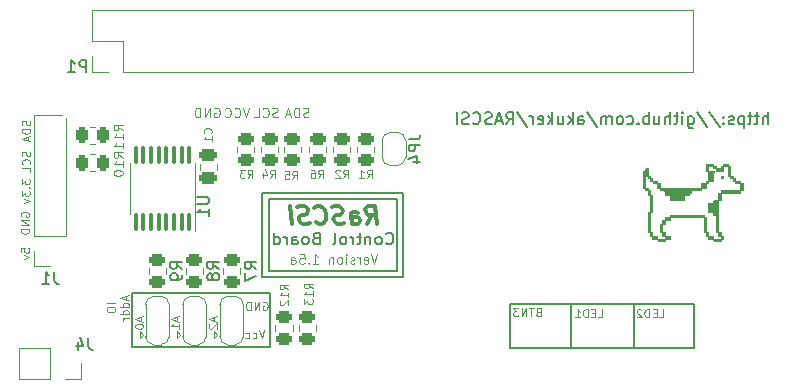
<source format=gbo>
G04 #@! TF.GenerationSoftware,KiCad,Pcbnew,(6.0.0)*
G04 #@! TF.CreationDate,2022-01-20T17:07:56-06:00*
G04 #@! TF.ProjectId,ctrl_board,6374726c-5f62-46f6-9172-642e6b696361,rev?*
G04 #@! TF.SameCoordinates,Original*
G04 #@! TF.FileFunction,Legend,Bot*
G04 #@! TF.FilePolarity,Positive*
%FSLAX46Y46*%
G04 Gerber Fmt 4.6, Leading zero omitted, Abs format (unit mm)*
G04 Created by KiCad (PCBNEW (6.0.0)) date 2022-01-20 17:07:56*
%MOMM*%
%LPD*%
G01*
G04 APERTURE LIST*
G04 Aperture macros list*
%AMRoundRect*
0 Rectangle with rounded corners*
0 $1 Rounding radius*
0 $2 $3 $4 $5 $6 $7 $8 $9 X,Y pos of 4 corners*
0 Add a 4 corners polygon primitive as box body*
4,1,4,$2,$3,$4,$5,$6,$7,$8,$9,$2,$3,0*
0 Add four circle primitives for the rounded corners*
1,1,$1+$1,$2,$3*
1,1,$1+$1,$4,$5*
1,1,$1+$1,$6,$7*
1,1,$1+$1,$8,$9*
0 Add four rect primitives between the rounded corners*
20,1,$1+$1,$2,$3,$4,$5,0*
20,1,$1+$1,$4,$5,$6,$7,0*
20,1,$1+$1,$6,$7,$8,$9,0*
20,1,$1+$1,$8,$9,$2,$3,0*%
%AMFreePoly0*
4,1,22,0.500000,-0.750000,0.000000,-0.750000,0.000000,-0.745033,-0.079941,-0.743568,-0.215256,-0.701293,-0.333266,-0.622738,-0.424486,-0.514219,-0.481581,-0.384460,-0.499164,-0.250000,-0.500000,-0.250000,-0.500000,0.250000,-0.499164,0.250000,-0.499963,0.256109,-0.478152,0.396186,-0.417904,0.524511,-0.324060,0.630769,-0.204165,0.706417,-0.067858,0.745374,0.000000,0.744959,0.000000,0.750000,
0.500000,0.750000,0.500000,-0.750000,0.500000,-0.750000,$1*%
%AMFreePoly1*
4,1,20,0.000000,0.744959,0.073905,0.744508,0.209726,0.703889,0.328688,0.626782,0.421226,0.519385,0.479903,0.390333,0.500000,0.250000,0.500000,-0.250000,0.499851,-0.262216,0.476331,-0.402017,0.414519,-0.529596,0.319384,-0.634700,0.198574,-0.708877,0.061801,-0.746166,0.000000,-0.745033,0.000000,-0.750000,-0.500000,-0.750000,-0.500000,0.750000,0.000000,0.750000,0.000000,0.744959,
0.000000,0.744959,$1*%
%AMFreePoly2*
4,1,22,0.550000,-0.750000,0.000000,-0.750000,0.000000,-0.745033,-0.079941,-0.743568,-0.215256,-0.701293,-0.333266,-0.622738,-0.424486,-0.514219,-0.481581,-0.384460,-0.499164,-0.250000,-0.500000,-0.250000,-0.500000,0.250000,-0.499164,0.250000,-0.499963,0.256109,-0.478152,0.396186,-0.417904,0.524511,-0.324060,0.630769,-0.204165,0.706417,-0.067858,0.745374,0.000000,0.744959,0.000000,0.750000,
0.550000,0.750000,0.550000,-0.750000,0.550000,-0.750000,$1*%
%AMFreePoly3*
4,1,20,0.000000,0.744959,0.073905,0.744508,0.209726,0.703889,0.328688,0.626782,0.421226,0.519385,0.479903,0.390333,0.500000,0.250000,0.500000,-0.250000,0.499851,-0.262216,0.476331,-0.402017,0.414519,-0.529596,0.319384,-0.634700,0.198574,-0.708877,0.061801,-0.746166,0.000000,-0.745033,0.000000,-0.750000,-0.550000,-0.750000,-0.550000,0.750000,0.000000,0.750000,0.000000,0.744959,
0.000000,0.744959,$1*%
G04 Aperture macros list end*
%ADD10C,0.150000*%
%ADD11C,0.100000*%
%ADD12C,0.350000*%
%ADD13C,0.120000*%
%ADD14C,0.010000*%
%ADD15C,2.700000*%
%ADD16C,2.000000*%
%ADD17R,1.700000X1.700000*%
%ADD18O,1.700000X1.700000*%
%ADD19O,8.500000X2.500000*%
%ADD20O,6.500000X2.500000*%
%ADD21R,2.000000X2.000000*%
%ADD22R,2.000000X3.200000*%
%ADD23RoundRect,0.250000X-0.262500X-0.450000X0.262500X-0.450000X0.262500X0.450000X-0.262500X0.450000X0*%
%ADD24FreePoly0,90.000000*%
%ADD25FreePoly1,90.000000*%
%ADD26FreePoly2,90.000000*%
%ADD27R,1.500000X1.000000*%
%ADD28FreePoly3,90.000000*%
%ADD29RoundRect,0.250000X-0.450000X0.262500X-0.450000X-0.262500X0.450000X-0.262500X0.450000X0.262500X0*%
%ADD30RoundRect,0.250000X0.450000X-0.262500X0.450000X0.262500X-0.450000X0.262500X-0.450000X-0.262500X0*%
%ADD31RoundRect,0.100000X0.100000X-0.637500X0.100000X0.637500X-0.100000X0.637500X-0.100000X-0.637500X0*%
%ADD32RoundRect,0.250000X0.262500X0.450000X-0.262500X0.450000X-0.262500X-0.450000X0.262500X-0.450000X0*%
%ADD33RoundRect,0.250000X-0.475000X0.250000X-0.475000X-0.250000X0.475000X-0.250000X0.475000X0.250000X0*%
G04 APERTURE END LIST*
D10*
X210400000Y-123393500D02*
X210400000Y-123012500D01*
X210395000Y-118885000D02*
X211493500Y-118885000D01*
X222033000Y-117009000D02*
X222033000Y-110913000D01*
X233336000Y-117453500D02*
X221461500Y-117453500D01*
X221461500Y-117453500D02*
X221461500Y-110341500D01*
X221461500Y-110341500D02*
X233336000Y-110341500D01*
X222033000Y-110913000D02*
X232828000Y-110913000D01*
X232830000Y-110913000D02*
X232830000Y-117009000D01*
X233336000Y-110341500D02*
X233336000Y-117453500D01*
X232828000Y-117009000D02*
X222033000Y-117009000D01*
X222144000Y-118885000D02*
X222144000Y-120599500D01*
X222144000Y-123393500D02*
X210400000Y-123400000D01*
X222144000Y-120599500D02*
X222144000Y-123393500D01*
X211493500Y-118885000D02*
X222144000Y-118885000D01*
X210395000Y-123012500D02*
X210395000Y-120599500D01*
X252900000Y-119800000D02*
X258000000Y-119800000D01*
X258000000Y-119800000D02*
X258000000Y-123500000D01*
X258000000Y-123500000D02*
X252900000Y-123500000D01*
X252900000Y-123500000D02*
X252900000Y-119800000D01*
X242400000Y-119800000D02*
X247600000Y-119800000D01*
X247600000Y-119800000D02*
X247600000Y-123500000D01*
X247600000Y-123500000D02*
X242400000Y-123500000D01*
X242400000Y-123500000D02*
X242400000Y-119800000D01*
X210395000Y-120599500D02*
X210395000Y-118885000D01*
X247600000Y-123500000D02*
X252900000Y-123500000D01*
X252900000Y-123500000D02*
X252900000Y-119800000D01*
X252900000Y-119800000D02*
X247600000Y-119800000D01*
X247600000Y-119800000D02*
X247600000Y-123500000D01*
D11*
X201077166Y-109185500D02*
X201077166Y-109618833D01*
X201343833Y-109385500D01*
X201343833Y-109485500D01*
X201377166Y-109552166D01*
X201410500Y-109585500D01*
X201477166Y-109618833D01*
X201643833Y-109618833D01*
X201710500Y-109585500D01*
X201743833Y-109552166D01*
X201777166Y-109485500D01*
X201777166Y-109285500D01*
X201743833Y-109218833D01*
X201710500Y-109185500D01*
X201710500Y-109918833D02*
X201743833Y-109952166D01*
X201777166Y-109918833D01*
X201743833Y-109885500D01*
X201710500Y-109918833D01*
X201777166Y-109918833D01*
X201077166Y-110185500D02*
X201077166Y-110618833D01*
X201343833Y-110385500D01*
X201343833Y-110485500D01*
X201377166Y-110552166D01*
X201410500Y-110585500D01*
X201477166Y-110618833D01*
X201643833Y-110618833D01*
X201710500Y-110585500D01*
X201743833Y-110552166D01*
X201777166Y-110485500D01*
X201777166Y-110285500D01*
X201743833Y-110218833D01*
X201710500Y-110185500D01*
X201310500Y-110852166D02*
X201777166Y-111018833D01*
X201310500Y-111185500D01*
X201016666Y-115400000D02*
X201016666Y-115066666D01*
X201350000Y-115033333D01*
X201316666Y-115066666D01*
X201283333Y-115133333D01*
X201283333Y-115300000D01*
X201316666Y-115366666D01*
X201350000Y-115400000D01*
X201416666Y-115433333D01*
X201583333Y-115433333D01*
X201650000Y-115400000D01*
X201683333Y-115366666D01*
X201716666Y-115300000D01*
X201716666Y-115133333D01*
X201683333Y-115066666D01*
X201650000Y-115033333D01*
X201250000Y-115666666D02*
X201716666Y-115833333D01*
X201250000Y-116000000D01*
X201050000Y-112366666D02*
X201016666Y-112300000D01*
X201016666Y-112200000D01*
X201050000Y-112100000D01*
X201116666Y-112033333D01*
X201183333Y-112000000D01*
X201316666Y-111966666D01*
X201416666Y-111966666D01*
X201550000Y-112000000D01*
X201616666Y-112033333D01*
X201683333Y-112100000D01*
X201716666Y-112200000D01*
X201716666Y-112266666D01*
X201683333Y-112366666D01*
X201650000Y-112400000D01*
X201416666Y-112400000D01*
X201416666Y-112266666D01*
X201716666Y-112700000D02*
X201016666Y-112700000D01*
X201716666Y-113100000D01*
X201016666Y-113100000D01*
X201716666Y-113433333D02*
X201016666Y-113433333D01*
X201016666Y-113600000D01*
X201050000Y-113700000D01*
X201116666Y-113766666D01*
X201183333Y-113800000D01*
X201316666Y-113833333D01*
X201416666Y-113833333D01*
X201550000Y-113800000D01*
X201616666Y-113766666D01*
X201683333Y-113700000D01*
X201716666Y-113600000D01*
X201716666Y-113433333D01*
X201783333Y-104250000D02*
X201816666Y-104350000D01*
X201816666Y-104516666D01*
X201783333Y-104583333D01*
X201750000Y-104616666D01*
X201683333Y-104650000D01*
X201616666Y-104650000D01*
X201550000Y-104616666D01*
X201516666Y-104583333D01*
X201483333Y-104516666D01*
X201450000Y-104383333D01*
X201416666Y-104316666D01*
X201383333Y-104283333D01*
X201316666Y-104250000D01*
X201250000Y-104250000D01*
X201183333Y-104283333D01*
X201150000Y-104316666D01*
X201116666Y-104383333D01*
X201116666Y-104550000D01*
X201150000Y-104650000D01*
X201816666Y-104950000D02*
X201116666Y-104950000D01*
X201116666Y-105116666D01*
X201150000Y-105216666D01*
X201216666Y-105283333D01*
X201283333Y-105316666D01*
X201416666Y-105350000D01*
X201516666Y-105350000D01*
X201650000Y-105316666D01*
X201716666Y-105283333D01*
X201783333Y-105216666D01*
X201816666Y-105116666D01*
X201816666Y-104950000D01*
X201616666Y-105616666D02*
X201616666Y-105950000D01*
X201816666Y-105550000D02*
X201116666Y-105783333D01*
X201816666Y-106016666D01*
X201783333Y-106866666D02*
X201816666Y-106966666D01*
X201816666Y-107133333D01*
X201783333Y-107200000D01*
X201750000Y-107233333D01*
X201683333Y-107266666D01*
X201616666Y-107266666D01*
X201550000Y-107233333D01*
X201516666Y-107200000D01*
X201483333Y-107133333D01*
X201450000Y-107000000D01*
X201416666Y-106933333D01*
X201383333Y-106900000D01*
X201316666Y-106866666D01*
X201250000Y-106866666D01*
X201183333Y-106900000D01*
X201150000Y-106933333D01*
X201116666Y-107000000D01*
X201116666Y-107166666D01*
X201150000Y-107266666D01*
X201750000Y-107966666D02*
X201783333Y-107933333D01*
X201816666Y-107833333D01*
X201816666Y-107766666D01*
X201783333Y-107666666D01*
X201716666Y-107600000D01*
X201650000Y-107566666D01*
X201516666Y-107533333D01*
X201416666Y-107533333D01*
X201283333Y-107566666D01*
X201216666Y-107600000D01*
X201150000Y-107666666D01*
X201116666Y-107766666D01*
X201116666Y-107833333D01*
X201150000Y-107933333D01*
X201183333Y-107966666D01*
X201816666Y-108600000D02*
X201816666Y-108266666D01*
X201116666Y-108266666D01*
X221633333Y-121994166D02*
X221400000Y-122694166D01*
X221166666Y-121994166D01*
X220633333Y-122660833D02*
X220700000Y-122694166D01*
X220833333Y-122694166D01*
X220900000Y-122660833D01*
X220933333Y-122627500D01*
X220966666Y-122560833D01*
X220966666Y-122360833D01*
X220933333Y-122294166D01*
X220900000Y-122260833D01*
X220833333Y-122227500D01*
X220700000Y-122227500D01*
X220633333Y-122260833D01*
X220033333Y-122660833D02*
X220100000Y-122694166D01*
X220233333Y-122694166D01*
X220300000Y-122660833D01*
X220333333Y-122627500D01*
X220366666Y-122560833D01*
X220366666Y-122360833D01*
X220333333Y-122294166D01*
X220300000Y-122260833D01*
X220233333Y-122227500D01*
X220100000Y-122227500D01*
X220033333Y-122260833D01*
X221533333Y-119614500D02*
X221600000Y-119581166D01*
X221700000Y-119581166D01*
X221800000Y-119614500D01*
X221866666Y-119681166D01*
X221900000Y-119747833D01*
X221933333Y-119881166D01*
X221933333Y-119981166D01*
X221900000Y-120114500D01*
X221866666Y-120181166D01*
X221800000Y-120247833D01*
X221700000Y-120281166D01*
X221633333Y-120281166D01*
X221533333Y-120247833D01*
X221500000Y-120214500D01*
X221500000Y-119981166D01*
X221633333Y-119981166D01*
X221200000Y-120281166D02*
X221200000Y-119581166D01*
X220800000Y-120281166D01*
X220800000Y-119581166D01*
X220466666Y-120281166D02*
X220466666Y-119581166D01*
X220300000Y-119581166D01*
X220200000Y-119614500D01*
X220133333Y-119681166D01*
X220100000Y-119747833D01*
X220066666Y-119881166D01*
X220066666Y-119981166D01*
X220100000Y-120114500D01*
X220133333Y-120181166D01*
X220200000Y-120247833D01*
X220300000Y-120281166D01*
X220466666Y-120281166D01*
X209005166Y-119724833D02*
X208305166Y-119724833D01*
X208305166Y-120191500D02*
X208305166Y-120324833D01*
X208338500Y-120391500D01*
X208405166Y-120458166D01*
X208538500Y-120491500D01*
X208771833Y-120491500D01*
X208905166Y-120458166D01*
X208971833Y-120391500D01*
X209005166Y-120324833D01*
X209005166Y-120191500D01*
X208971833Y-120124833D01*
X208905166Y-120058166D01*
X208771833Y-120024833D01*
X208538500Y-120024833D01*
X208405166Y-120058166D01*
X208338500Y-120124833D01*
X208305166Y-120191500D01*
X209932166Y-119074833D02*
X209932166Y-119408166D01*
X210132166Y-119008166D02*
X209432166Y-119241500D01*
X210132166Y-119474833D01*
X210132166Y-120008166D02*
X209432166Y-120008166D01*
X210098833Y-120008166D02*
X210132166Y-119941500D01*
X210132166Y-119808166D01*
X210098833Y-119741500D01*
X210065500Y-119708166D01*
X209998833Y-119674833D01*
X209798833Y-119674833D01*
X209732166Y-119708166D01*
X209698833Y-119741500D01*
X209665500Y-119808166D01*
X209665500Y-119941500D01*
X209698833Y-120008166D01*
X210132166Y-120641500D02*
X209432166Y-120641500D01*
X210098833Y-120641500D02*
X210132166Y-120574833D01*
X210132166Y-120441500D01*
X210098833Y-120374833D01*
X210065500Y-120341500D01*
X209998833Y-120308166D01*
X209798833Y-120308166D01*
X209732166Y-120341500D01*
X209698833Y-120374833D01*
X209665500Y-120441500D01*
X209665500Y-120574833D01*
X209698833Y-120641500D01*
X210132166Y-120974833D02*
X209665500Y-120974833D01*
X209798833Y-120974833D02*
X209732166Y-121008166D01*
X209698833Y-121041500D01*
X209665500Y-121108166D01*
X209665500Y-121174833D01*
X231208285Y-115554904D02*
X230941619Y-116354904D01*
X230674952Y-115554904D01*
X230103523Y-116316809D02*
X230179714Y-116354904D01*
X230332095Y-116354904D01*
X230408285Y-116316809D01*
X230446380Y-116240619D01*
X230446380Y-115935857D01*
X230408285Y-115859666D01*
X230332095Y-115821571D01*
X230179714Y-115821571D01*
X230103523Y-115859666D01*
X230065428Y-115935857D01*
X230065428Y-116012047D01*
X230446380Y-116088238D01*
X229722571Y-116354904D02*
X229722571Y-115821571D01*
X229722571Y-115973952D02*
X229684476Y-115897761D01*
X229646380Y-115859666D01*
X229570190Y-115821571D01*
X229494000Y-115821571D01*
X229265428Y-116316809D02*
X229189238Y-116354904D01*
X229036857Y-116354904D01*
X228960666Y-116316809D01*
X228922571Y-116240619D01*
X228922571Y-116202523D01*
X228960666Y-116126333D01*
X229036857Y-116088238D01*
X229151142Y-116088238D01*
X229227333Y-116050142D01*
X229265428Y-115973952D01*
X229265428Y-115935857D01*
X229227333Y-115859666D01*
X229151142Y-115821571D01*
X229036857Y-115821571D01*
X228960666Y-115859666D01*
X228579714Y-116354904D02*
X228579714Y-115821571D01*
X228579714Y-115554904D02*
X228617809Y-115593000D01*
X228579714Y-115631095D01*
X228541619Y-115593000D01*
X228579714Y-115554904D01*
X228579714Y-115631095D01*
X228084476Y-116354904D02*
X228160666Y-116316809D01*
X228198761Y-116278714D01*
X228236857Y-116202523D01*
X228236857Y-115973952D01*
X228198761Y-115897761D01*
X228160666Y-115859666D01*
X228084476Y-115821571D01*
X227970190Y-115821571D01*
X227894000Y-115859666D01*
X227855904Y-115897761D01*
X227817809Y-115973952D01*
X227817809Y-116202523D01*
X227855904Y-116278714D01*
X227894000Y-116316809D01*
X227970190Y-116354904D01*
X228084476Y-116354904D01*
X227474952Y-115821571D02*
X227474952Y-116354904D01*
X227474952Y-115897761D02*
X227436857Y-115859666D01*
X227360666Y-115821571D01*
X227246380Y-115821571D01*
X227170190Y-115859666D01*
X227132095Y-115935857D01*
X227132095Y-116354904D01*
X225722571Y-116354904D02*
X226179714Y-116354904D01*
X225951142Y-116354904D02*
X225951142Y-115554904D01*
X226027333Y-115669190D01*
X226103523Y-115745380D01*
X226179714Y-115783476D01*
X225379714Y-116278714D02*
X225341619Y-116316809D01*
X225379714Y-116354904D01*
X225417809Y-116316809D01*
X225379714Y-116278714D01*
X225379714Y-116354904D01*
X224617809Y-115554904D02*
X224998761Y-115554904D01*
X225036857Y-115935857D01*
X224998761Y-115897761D01*
X224922571Y-115859666D01*
X224732095Y-115859666D01*
X224655904Y-115897761D01*
X224617809Y-115935857D01*
X224579714Y-116012047D01*
X224579714Y-116202523D01*
X224617809Y-116278714D01*
X224655904Y-116316809D01*
X224732095Y-116354904D01*
X224922571Y-116354904D01*
X224998761Y-116316809D01*
X225036857Y-116278714D01*
X223894000Y-116354904D02*
X223894000Y-115935857D01*
X223932095Y-115859666D01*
X224008285Y-115821571D01*
X224160666Y-115821571D01*
X224236857Y-115859666D01*
X223894000Y-116316809D02*
X223970190Y-116354904D01*
X224160666Y-116354904D01*
X224236857Y-116316809D01*
X224274952Y-116240619D01*
X224274952Y-116164428D01*
X224236857Y-116088238D01*
X224160666Y-116050142D01*
X223970190Y-116050142D01*
X223894000Y-116012047D01*
D10*
X231946380Y-114635642D02*
X231994000Y-114683261D01*
X232136857Y-114730880D01*
X232232095Y-114730880D01*
X232374952Y-114683261D01*
X232470190Y-114588023D01*
X232517809Y-114492785D01*
X232565428Y-114302309D01*
X232565428Y-114159452D01*
X232517809Y-113968976D01*
X232470190Y-113873738D01*
X232374952Y-113778500D01*
X232232095Y-113730880D01*
X232136857Y-113730880D01*
X231994000Y-113778500D01*
X231946380Y-113826119D01*
X231374952Y-114730880D02*
X231470190Y-114683261D01*
X231517809Y-114635642D01*
X231565428Y-114540404D01*
X231565428Y-114254690D01*
X231517809Y-114159452D01*
X231470190Y-114111833D01*
X231374952Y-114064214D01*
X231232095Y-114064214D01*
X231136857Y-114111833D01*
X231089238Y-114159452D01*
X231041619Y-114254690D01*
X231041619Y-114540404D01*
X231089238Y-114635642D01*
X231136857Y-114683261D01*
X231232095Y-114730880D01*
X231374952Y-114730880D01*
X230613047Y-114064214D02*
X230613047Y-114730880D01*
X230613047Y-114159452D02*
X230565428Y-114111833D01*
X230470190Y-114064214D01*
X230327333Y-114064214D01*
X230232095Y-114111833D01*
X230184476Y-114207071D01*
X230184476Y-114730880D01*
X229851142Y-114064214D02*
X229470190Y-114064214D01*
X229708285Y-113730880D02*
X229708285Y-114588023D01*
X229660666Y-114683261D01*
X229565428Y-114730880D01*
X229470190Y-114730880D01*
X229136857Y-114730880D02*
X229136857Y-114064214D01*
X229136857Y-114254690D02*
X229089238Y-114159452D01*
X229041619Y-114111833D01*
X228946380Y-114064214D01*
X228851142Y-114064214D01*
X228374952Y-114730880D02*
X228470190Y-114683261D01*
X228517809Y-114635642D01*
X228565428Y-114540404D01*
X228565428Y-114254690D01*
X228517809Y-114159452D01*
X228470190Y-114111833D01*
X228374952Y-114064214D01*
X228232095Y-114064214D01*
X228136857Y-114111833D01*
X228089238Y-114159452D01*
X228041619Y-114254690D01*
X228041619Y-114540404D01*
X228089238Y-114635642D01*
X228136857Y-114683261D01*
X228232095Y-114730880D01*
X228374952Y-114730880D01*
X227470190Y-114730880D02*
X227565428Y-114683261D01*
X227613047Y-114588023D01*
X227613047Y-113730880D01*
X225994000Y-114207071D02*
X225851142Y-114254690D01*
X225803523Y-114302309D01*
X225755904Y-114397547D01*
X225755904Y-114540404D01*
X225803523Y-114635642D01*
X225851142Y-114683261D01*
X225946380Y-114730880D01*
X226327333Y-114730880D01*
X226327333Y-113730880D01*
X225994000Y-113730880D01*
X225898761Y-113778500D01*
X225851142Y-113826119D01*
X225803523Y-113921357D01*
X225803523Y-114016595D01*
X225851142Y-114111833D01*
X225898761Y-114159452D01*
X225994000Y-114207071D01*
X226327333Y-114207071D01*
X225184476Y-114730880D02*
X225279714Y-114683261D01*
X225327333Y-114635642D01*
X225374952Y-114540404D01*
X225374952Y-114254690D01*
X225327333Y-114159452D01*
X225279714Y-114111833D01*
X225184476Y-114064214D01*
X225041619Y-114064214D01*
X224946380Y-114111833D01*
X224898761Y-114159452D01*
X224851142Y-114254690D01*
X224851142Y-114540404D01*
X224898761Y-114635642D01*
X224946380Y-114683261D01*
X225041619Y-114730880D01*
X225184476Y-114730880D01*
X223994000Y-114730880D02*
X223994000Y-114207071D01*
X224041619Y-114111833D01*
X224136857Y-114064214D01*
X224327333Y-114064214D01*
X224422571Y-114111833D01*
X223994000Y-114683261D02*
X224089238Y-114730880D01*
X224327333Y-114730880D01*
X224422571Y-114683261D01*
X224470190Y-114588023D01*
X224470190Y-114492785D01*
X224422571Y-114397547D01*
X224327333Y-114349928D01*
X224089238Y-114349928D01*
X223994000Y-114302309D01*
X223517809Y-114730880D02*
X223517809Y-114064214D01*
X223517809Y-114254690D02*
X223470190Y-114159452D01*
X223422571Y-114111833D01*
X223327333Y-114064214D01*
X223232095Y-114064214D01*
X222470190Y-114730880D02*
X222470190Y-113730880D01*
X222470190Y-114683261D02*
X222565428Y-114730880D01*
X222755904Y-114730880D01*
X222851142Y-114683261D01*
X222898761Y-114635642D01*
X222946380Y-114540404D01*
X222946380Y-114254690D01*
X222898761Y-114159452D01*
X222851142Y-114111833D01*
X222755904Y-114064214D01*
X222565428Y-114064214D01*
X222470190Y-114111833D01*
D12*
X230322508Y-112988571D02*
X230733223Y-112274285D01*
X231179651Y-112988571D02*
X230992151Y-111488571D01*
X230420723Y-111488571D01*
X230286794Y-111560000D01*
X230224294Y-111631428D01*
X230170723Y-111774285D01*
X230197508Y-111988571D01*
X230286794Y-112131428D01*
X230367151Y-112202857D01*
X230518937Y-112274285D01*
X231090366Y-112274285D01*
X229036794Y-112988571D02*
X228938580Y-112202857D01*
X228992151Y-112060000D01*
X229126080Y-111988571D01*
X229411794Y-111988571D01*
X229563580Y-112060000D01*
X229027866Y-112917142D02*
X229179651Y-112988571D01*
X229536794Y-112988571D01*
X229670723Y-112917142D01*
X229724294Y-112774285D01*
X229706437Y-112631428D01*
X229617151Y-112488571D01*
X229465366Y-112417142D01*
X229108223Y-112417142D01*
X228956437Y-112345714D01*
X228385008Y-112917142D02*
X228179651Y-112988571D01*
X227822508Y-112988571D01*
X227670723Y-112917142D01*
X227590366Y-112845714D01*
X227501080Y-112702857D01*
X227483223Y-112560000D01*
X227536794Y-112417142D01*
X227599294Y-112345714D01*
X227733223Y-112274285D01*
X228010008Y-112202857D01*
X228143937Y-112131428D01*
X228206437Y-112060000D01*
X228260008Y-111917142D01*
X228242151Y-111774285D01*
X228152866Y-111631428D01*
X228072508Y-111560000D01*
X227920723Y-111488571D01*
X227563580Y-111488571D01*
X227358223Y-111560000D01*
X226018937Y-112845714D02*
X226099294Y-112917142D01*
X226322508Y-112988571D01*
X226465366Y-112988571D01*
X226670723Y-112917142D01*
X226795723Y-112774285D01*
X226849294Y-112631428D01*
X226885008Y-112345714D01*
X226858223Y-112131428D01*
X226751080Y-111845714D01*
X226661794Y-111702857D01*
X226501080Y-111560000D01*
X226277866Y-111488571D01*
X226135008Y-111488571D01*
X225929651Y-111560000D01*
X225867151Y-111631428D01*
X225456437Y-112917142D02*
X225251080Y-112988571D01*
X224893937Y-112988571D01*
X224742151Y-112917142D01*
X224661794Y-112845714D01*
X224572508Y-112702857D01*
X224554651Y-112560000D01*
X224608223Y-112417142D01*
X224670723Y-112345714D01*
X224804651Y-112274285D01*
X225081437Y-112202857D01*
X225215366Y-112131428D01*
X225277866Y-112060000D01*
X225331437Y-111917142D01*
X225313580Y-111774285D01*
X225224294Y-111631428D01*
X225143937Y-111560000D01*
X224992151Y-111488571D01*
X224635008Y-111488571D01*
X224429651Y-111560000D01*
X223965366Y-112988571D02*
X223777866Y-111488571D01*
D11*
X255083333Y-120916666D02*
X255416666Y-120916666D01*
X255416666Y-120216666D01*
X254850000Y-120550000D02*
X254616666Y-120550000D01*
X254516666Y-120916666D02*
X254850000Y-120916666D01*
X254850000Y-120216666D01*
X254516666Y-120216666D01*
X254216666Y-120916666D02*
X254216666Y-120216666D01*
X254050000Y-120216666D01*
X253950000Y-120250000D01*
X253883333Y-120316666D01*
X253850000Y-120383333D01*
X253816666Y-120516666D01*
X253816666Y-120616666D01*
X253850000Y-120750000D01*
X253883333Y-120816666D01*
X253950000Y-120883333D01*
X254050000Y-120916666D01*
X254216666Y-120916666D01*
X253550000Y-120283333D02*
X253516666Y-120250000D01*
X253450000Y-120216666D01*
X253283333Y-120216666D01*
X253216666Y-120250000D01*
X253183333Y-120283333D01*
X253150000Y-120350000D01*
X253150000Y-120416666D01*
X253183333Y-120516666D01*
X253583333Y-120916666D01*
X253150000Y-120916666D01*
X214231166Y-120861500D02*
X214231166Y-121194833D01*
X214431166Y-120794833D02*
X213731166Y-121028166D01*
X214431166Y-121261500D01*
X214431166Y-121861500D02*
X214431166Y-121461500D01*
X214431166Y-121661500D02*
X213731166Y-121661500D01*
X213831166Y-121594833D01*
X213897833Y-121528166D01*
X213931166Y-121461500D01*
D10*
X264266666Y-104552380D02*
X264266666Y-103552380D01*
X263838095Y-104552380D02*
X263838095Y-104028571D01*
X263885714Y-103933333D01*
X263980952Y-103885714D01*
X264123809Y-103885714D01*
X264219047Y-103933333D01*
X264266666Y-103980952D01*
X263504761Y-103885714D02*
X263123809Y-103885714D01*
X263361904Y-103552380D02*
X263361904Y-104409523D01*
X263314285Y-104504761D01*
X263219047Y-104552380D01*
X263123809Y-104552380D01*
X262933333Y-103885714D02*
X262552380Y-103885714D01*
X262790476Y-103552380D02*
X262790476Y-104409523D01*
X262742857Y-104504761D01*
X262647619Y-104552380D01*
X262552380Y-104552380D01*
X262219047Y-103885714D02*
X262219047Y-104885714D01*
X262219047Y-103933333D02*
X262123809Y-103885714D01*
X261933333Y-103885714D01*
X261838095Y-103933333D01*
X261790476Y-103980952D01*
X261742857Y-104076190D01*
X261742857Y-104361904D01*
X261790476Y-104457142D01*
X261838095Y-104504761D01*
X261933333Y-104552380D01*
X262123809Y-104552380D01*
X262219047Y-104504761D01*
X261361904Y-104504761D02*
X261266666Y-104552380D01*
X261076190Y-104552380D01*
X260980952Y-104504761D01*
X260933333Y-104409523D01*
X260933333Y-104361904D01*
X260980952Y-104266666D01*
X261076190Y-104219047D01*
X261219047Y-104219047D01*
X261314285Y-104171428D01*
X261361904Y-104076190D01*
X261361904Y-104028571D01*
X261314285Y-103933333D01*
X261219047Y-103885714D01*
X261076190Y-103885714D01*
X260980952Y-103933333D01*
X260504761Y-104457142D02*
X260457142Y-104504761D01*
X260504761Y-104552380D01*
X260552380Y-104504761D01*
X260504761Y-104457142D01*
X260504761Y-104552380D01*
X260504761Y-103933333D02*
X260457142Y-103980952D01*
X260504761Y-104028571D01*
X260552380Y-103980952D01*
X260504761Y-103933333D01*
X260504761Y-104028571D01*
X259314285Y-103504761D02*
X260171428Y-104790476D01*
X258266666Y-103504761D02*
X259123809Y-104790476D01*
X257504761Y-103885714D02*
X257504761Y-104695238D01*
X257552380Y-104790476D01*
X257600000Y-104838095D01*
X257695238Y-104885714D01*
X257838095Y-104885714D01*
X257933333Y-104838095D01*
X257504761Y-104504761D02*
X257600000Y-104552380D01*
X257790476Y-104552380D01*
X257885714Y-104504761D01*
X257933333Y-104457142D01*
X257980952Y-104361904D01*
X257980952Y-104076190D01*
X257933333Y-103980952D01*
X257885714Y-103933333D01*
X257790476Y-103885714D01*
X257600000Y-103885714D01*
X257504761Y-103933333D01*
X257028571Y-104552380D02*
X257028571Y-103885714D01*
X257028571Y-103552380D02*
X257076190Y-103600000D01*
X257028571Y-103647619D01*
X256980952Y-103600000D01*
X257028571Y-103552380D01*
X257028571Y-103647619D01*
X256695238Y-103885714D02*
X256314285Y-103885714D01*
X256552380Y-103552380D02*
X256552380Y-104409523D01*
X256504761Y-104504761D01*
X256409523Y-104552380D01*
X256314285Y-104552380D01*
X255980952Y-104552380D02*
X255980952Y-103552380D01*
X255552380Y-104552380D02*
X255552380Y-104028571D01*
X255600000Y-103933333D01*
X255695238Y-103885714D01*
X255838095Y-103885714D01*
X255933333Y-103933333D01*
X255980952Y-103980952D01*
X254647619Y-103885714D02*
X254647619Y-104552380D01*
X255076190Y-103885714D02*
X255076190Y-104409523D01*
X255028571Y-104504761D01*
X254933333Y-104552380D01*
X254790476Y-104552380D01*
X254695238Y-104504761D01*
X254647619Y-104457142D01*
X254171428Y-104552380D02*
X254171428Y-103552380D01*
X254171428Y-103933333D02*
X254076190Y-103885714D01*
X253885714Y-103885714D01*
X253790476Y-103933333D01*
X253742857Y-103980952D01*
X253695238Y-104076190D01*
X253695238Y-104361904D01*
X253742857Y-104457142D01*
X253790476Y-104504761D01*
X253885714Y-104552380D01*
X254076190Y-104552380D01*
X254171428Y-104504761D01*
X253266666Y-104457142D02*
X253219047Y-104504761D01*
X253266666Y-104552380D01*
X253314285Y-104504761D01*
X253266666Y-104457142D01*
X253266666Y-104552380D01*
X252361904Y-104504761D02*
X252457142Y-104552380D01*
X252647619Y-104552380D01*
X252742857Y-104504761D01*
X252790476Y-104457142D01*
X252838095Y-104361904D01*
X252838095Y-104076190D01*
X252790476Y-103980952D01*
X252742857Y-103933333D01*
X252647619Y-103885714D01*
X252457142Y-103885714D01*
X252361904Y-103933333D01*
X251790476Y-104552380D02*
X251885714Y-104504761D01*
X251933333Y-104457142D01*
X251980952Y-104361904D01*
X251980952Y-104076190D01*
X251933333Y-103980952D01*
X251885714Y-103933333D01*
X251790476Y-103885714D01*
X251647619Y-103885714D01*
X251552380Y-103933333D01*
X251504761Y-103980952D01*
X251457142Y-104076190D01*
X251457142Y-104361904D01*
X251504761Y-104457142D01*
X251552380Y-104504761D01*
X251647619Y-104552380D01*
X251790476Y-104552380D01*
X251028571Y-104552380D02*
X251028571Y-103885714D01*
X251028571Y-103980952D02*
X250980952Y-103933333D01*
X250885714Y-103885714D01*
X250742857Y-103885714D01*
X250647619Y-103933333D01*
X250600000Y-104028571D01*
X250600000Y-104552380D01*
X250600000Y-104028571D02*
X250552380Y-103933333D01*
X250457142Y-103885714D01*
X250314285Y-103885714D01*
X250219047Y-103933333D01*
X250171428Y-104028571D01*
X250171428Y-104552380D01*
X248980952Y-103504761D02*
X249838095Y-104790476D01*
X248219047Y-104552380D02*
X248219047Y-104028571D01*
X248266666Y-103933333D01*
X248361904Y-103885714D01*
X248552380Y-103885714D01*
X248647619Y-103933333D01*
X248219047Y-104504761D02*
X248314285Y-104552380D01*
X248552380Y-104552380D01*
X248647619Y-104504761D01*
X248695238Y-104409523D01*
X248695238Y-104314285D01*
X248647619Y-104219047D01*
X248552380Y-104171428D01*
X248314285Y-104171428D01*
X248219047Y-104123809D01*
X247742857Y-104552380D02*
X247742857Y-103552380D01*
X247647619Y-104171428D02*
X247361904Y-104552380D01*
X247361904Y-103885714D02*
X247742857Y-104266666D01*
X246504761Y-103885714D02*
X246504761Y-104552380D01*
X246933333Y-103885714D02*
X246933333Y-104409523D01*
X246885714Y-104504761D01*
X246790476Y-104552380D01*
X246647619Y-104552380D01*
X246552380Y-104504761D01*
X246504761Y-104457142D01*
X246028571Y-104552380D02*
X246028571Y-103552380D01*
X245933333Y-104171428D02*
X245647619Y-104552380D01*
X245647619Y-103885714D02*
X246028571Y-104266666D01*
X244838095Y-104504761D02*
X244933333Y-104552380D01*
X245123809Y-104552380D01*
X245219047Y-104504761D01*
X245266666Y-104409523D01*
X245266666Y-104028571D01*
X245219047Y-103933333D01*
X245123809Y-103885714D01*
X244933333Y-103885714D01*
X244838095Y-103933333D01*
X244790476Y-104028571D01*
X244790476Y-104123809D01*
X245266666Y-104219047D01*
X244361904Y-104552380D02*
X244361904Y-103885714D01*
X244361904Y-104076190D02*
X244314285Y-103980952D01*
X244266666Y-103933333D01*
X244171428Y-103885714D01*
X244076190Y-103885714D01*
X243028571Y-103504761D02*
X243885714Y-104790476D01*
X242123809Y-104552380D02*
X242457142Y-104076190D01*
X242695238Y-104552380D02*
X242695238Y-103552380D01*
X242314285Y-103552380D01*
X242219047Y-103600000D01*
X242171428Y-103647619D01*
X242123809Y-103742857D01*
X242123809Y-103885714D01*
X242171428Y-103980952D01*
X242219047Y-104028571D01*
X242314285Y-104076190D01*
X242695238Y-104076190D01*
X241742857Y-104266666D02*
X241266666Y-104266666D01*
X241838095Y-104552380D02*
X241504761Y-103552380D01*
X241171428Y-104552380D01*
X240885714Y-104504761D02*
X240742857Y-104552380D01*
X240504761Y-104552380D01*
X240409523Y-104504761D01*
X240361904Y-104457142D01*
X240314285Y-104361904D01*
X240314285Y-104266666D01*
X240361904Y-104171428D01*
X240409523Y-104123809D01*
X240504761Y-104076190D01*
X240695238Y-104028571D01*
X240790476Y-103980952D01*
X240838095Y-103933333D01*
X240885714Y-103838095D01*
X240885714Y-103742857D01*
X240838095Y-103647619D01*
X240790476Y-103600000D01*
X240695238Y-103552380D01*
X240457142Y-103552380D01*
X240314285Y-103600000D01*
X239314285Y-104457142D02*
X239361904Y-104504761D01*
X239504761Y-104552380D01*
X239600000Y-104552380D01*
X239742857Y-104504761D01*
X239838095Y-104409523D01*
X239885714Y-104314285D01*
X239933333Y-104123809D01*
X239933333Y-103980952D01*
X239885714Y-103790476D01*
X239838095Y-103695238D01*
X239742857Y-103600000D01*
X239600000Y-103552380D01*
X239504761Y-103552380D01*
X239361904Y-103600000D01*
X239314285Y-103647619D01*
X238933333Y-104504761D02*
X238790476Y-104552380D01*
X238552380Y-104552380D01*
X238457142Y-104504761D01*
X238409523Y-104457142D01*
X238361904Y-104361904D01*
X238361904Y-104266666D01*
X238409523Y-104171428D01*
X238457142Y-104123809D01*
X238552380Y-104076190D01*
X238742857Y-104028571D01*
X238838095Y-103980952D01*
X238885714Y-103933333D01*
X238933333Y-103838095D01*
X238933333Y-103742857D01*
X238885714Y-103647619D01*
X238838095Y-103600000D01*
X238742857Y-103552380D01*
X238504761Y-103552380D01*
X238361904Y-103600000D01*
X237933333Y-104552380D02*
X237933333Y-103552380D01*
D11*
X244816666Y-120450000D02*
X244716666Y-120483333D01*
X244683333Y-120516666D01*
X244650000Y-120583333D01*
X244650000Y-120683333D01*
X244683333Y-120750000D01*
X244716666Y-120783333D01*
X244783333Y-120816666D01*
X245050000Y-120816666D01*
X245050000Y-120116666D01*
X244816666Y-120116666D01*
X244750000Y-120150000D01*
X244716666Y-120183333D01*
X244683333Y-120250000D01*
X244683333Y-120316666D01*
X244716666Y-120383333D01*
X244750000Y-120416666D01*
X244816666Y-120450000D01*
X245050000Y-120450000D01*
X244450000Y-120116666D02*
X244050000Y-120116666D01*
X244250000Y-120816666D02*
X244250000Y-120116666D01*
X243816666Y-120816666D02*
X243816666Y-120116666D01*
X243416666Y-120816666D01*
X243416666Y-120116666D01*
X243150000Y-120116666D02*
X242716666Y-120116666D01*
X242950000Y-120383333D01*
X242850000Y-120383333D01*
X242783333Y-120416666D01*
X242750000Y-120450000D01*
X242716666Y-120516666D01*
X242716666Y-120683333D01*
X242750000Y-120750000D01*
X242783333Y-120783333D01*
X242850000Y-120816666D01*
X243050000Y-120816666D01*
X243116666Y-120783333D01*
X243150000Y-120750000D01*
X249883333Y-120916666D02*
X250216666Y-120916666D01*
X250216666Y-120216666D01*
X249650000Y-120550000D02*
X249416666Y-120550000D01*
X249316666Y-120916666D02*
X249650000Y-120916666D01*
X249650000Y-120216666D01*
X249316666Y-120216666D01*
X249016666Y-120916666D02*
X249016666Y-120216666D01*
X248850000Y-120216666D01*
X248750000Y-120250000D01*
X248683333Y-120316666D01*
X248650000Y-120383333D01*
X248616666Y-120516666D01*
X248616666Y-120616666D01*
X248650000Y-120750000D01*
X248683333Y-120816666D01*
X248750000Y-120883333D01*
X248850000Y-120916666D01*
X249016666Y-120916666D01*
X247950000Y-120916666D02*
X248350000Y-120916666D01*
X248150000Y-120916666D02*
X248150000Y-120216666D01*
X248216666Y-120316666D01*
X248283333Y-120383333D01*
X248350000Y-120416666D01*
X217406166Y-120861500D02*
X217406166Y-121194833D01*
X217606166Y-120794833D02*
X216906166Y-121028166D01*
X217606166Y-121261500D01*
X216972833Y-121461500D02*
X216939500Y-121494833D01*
X216906166Y-121561500D01*
X216906166Y-121728166D01*
X216939500Y-121794833D01*
X216972833Y-121828166D01*
X217039500Y-121861500D01*
X217106166Y-121861500D01*
X217206166Y-121828166D01*
X217606166Y-121428166D01*
X217606166Y-121861500D01*
X211183166Y-120861500D02*
X211183166Y-121194833D01*
X211383166Y-120794833D02*
X210683166Y-121028166D01*
X211383166Y-121261500D01*
X210683166Y-121628166D02*
X210683166Y-121694833D01*
X210716500Y-121761500D01*
X210749833Y-121794833D01*
X210816500Y-121828166D01*
X210949833Y-121861500D01*
X211116500Y-121861500D01*
X211249833Y-121828166D01*
X211316500Y-121794833D01*
X211349833Y-121761500D01*
X211383166Y-121694833D01*
X211383166Y-121628166D01*
X211349833Y-121561500D01*
X211316500Y-121528166D01*
X211249833Y-121494833D01*
X211116500Y-121461500D01*
X210949833Y-121461500D01*
X210816500Y-121494833D01*
X210749833Y-121528166D01*
X210716500Y-121561500D01*
X210683166Y-121628166D01*
X217409523Y-103200000D02*
X217485714Y-103161904D01*
X217600000Y-103161904D01*
X217714285Y-103200000D01*
X217790476Y-103276190D01*
X217828571Y-103352380D01*
X217866666Y-103504761D01*
X217866666Y-103619047D01*
X217828571Y-103771428D01*
X217790476Y-103847619D01*
X217714285Y-103923809D01*
X217600000Y-103961904D01*
X217523809Y-103961904D01*
X217409523Y-103923809D01*
X217371428Y-103885714D01*
X217371428Y-103619047D01*
X217523809Y-103619047D01*
X217028571Y-103961904D02*
X217028571Y-103161904D01*
X216571428Y-103961904D01*
X216571428Y-103161904D01*
X216190476Y-103961904D02*
X216190476Y-103161904D01*
X216000000Y-103161904D01*
X215885714Y-103200000D01*
X215809523Y-103276190D01*
X215771428Y-103352380D01*
X215733333Y-103504761D01*
X215733333Y-103619047D01*
X215771428Y-103771428D01*
X215809523Y-103847619D01*
X215885714Y-103923809D01*
X216000000Y-103961904D01*
X216190476Y-103961904D01*
X220366666Y-103161904D02*
X220100000Y-103961904D01*
X219833333Y-103161904D01*
X219109523Y-103885714D02*
X219147619Y-103923809D01*
X219261904Y-103961904D01*
X219338095Y-103961904D01*
X219452380Y-103923809D01*
X219528571Y-103847619D01*
X219566666Y-103771428D01*
X219604761Y-103619047D01*
X219604761Y-103504761D01*
X219566666Y-103352380D01*
X219528571Y-103276190D01*
X219452380Y-103200000D01*
X219338095Y-103161904D01*
X219261904Y-103161904D01*
X219147619Y-103200000D01*
X219109523Y-103238095D01*
X218309523Y-103885714D02*
X218347619Y-103923809D01*
X218461904Y-103961904D01*
X218538095Y-103961904D01*
X218652380Y-103923809D01*
X218728571Y-103847619D01*
X218766666Y-103771428D01*
X218804761Y-103619047D01*
X218804761Y-103504761D01*
X218766666Y-103352380D01*
X218728571Y-103276190D01*
X218652380Y-103200000D01*
X218538095Y-103161904D01*
X218461904Y-103161904D01*
X218347619Y-103200000D01*
X218309523Y-103238095D01*
X225371428Y-103923809D02*
X225257142Y-103961904D01*
X225066666Y-103961904D01*
X224990476Y-103923809D01*
X224952380Y-103885714D01*
X224914285Y-103809523D01*
X224914285Y-103733333D01*
X224952380Y-103657142D01*
X224990476Y-103619047D01*
X225066666Y-103580952D01*
X225219047Y-103542857D01*
X225295238Y-103504761D01*
X225333333Y-103466666D01*
X225371428Y-103390476D01*
X225371428Y-103314285D01*
X225333333Y-103238095D01*
X225295238Y-103200000D01*
X225219047Y-103161904D01*
X225028571Y-103161904D01*
X224914285Y-103200000D01*
X224571428Y-103961904D02*
X224571428Y-103161904D01*
X224380952Y-103161904D01*
X224266666Y-103200000D01*
X224190476Y-103276190D01*
X224152380Y-103352380D01*
X224114285Y-103504761D01*
X224114285Y-103619047D01*
X224152380Y-103771428D01*
X224190476Y-103847619D01*
X224266666Y-103923809D01*
X224380952Y-103961904D01*
X224571428Y-103961904D01*
X223809523Y-103733333D02*
X223428571Y-103733333D01*
X223885714Y-103961904D02*
X223619047Y-103161904D01*
X223352380Y-103961904D01*
X222752380Y-103923809D02*
X222638095Y-103961904D01*
X222447619Y-103961904D01*
X222371428Y-103923809D01*
X222333333Y-103885714D01*
X222295238Y-103809523D01*
X222295238Y-103733333D01*
X222333333Y-103657142D01*
X222371428Y-103619047D01*
X222447619Y-103580952D01*
X222600000Y-103542857D01*
X222676190Y-103504761D01*
X222714285Y-103466666D01*
X222752380Y-103390476D01*
X222752380Y-103314285D01*
X222714285Y-103238095D01*
X222676190Y-103200000D01*
X222600000Y-103161904D01*
X222409523Y-103161904D01*
X222295238Y-103200000D01*
X221495238Y-103885714D02*
X221533333Y-103923809D01*
X221647619Y-103961904D01*
X221723809Y-103961904D01*
X221838095Y-103923809D01*
X221914285Y-103847619D01*
X221952380Y-103771428D01*
X221990476Y-103619047D01*
X221990476Y-103504761D01*
X221952380Y-103352380D01*
X221914285Y-103276190D01*
X221838095Y-103200000D01*
X221723809Y-103161904D01*
X221647619Y-103161904D01*
X221533333Y-103200000D01*
X221495238Y-103238095D01*
X220771428Y-103961904D02*
X221152380Y-103961904D01*
X221152380Y-103161904D01*
D10*
X206538095Y-100152380D02*
X206538095Y-99152380D01*
X206157142Y-99152380D01*
X206061904Y-99200000D01*
X206014285Y-99247619D01*
X205966666Y-99342857D01*
X205966666Y-99485714D01*
X206014285Y-99580952D01*
X206061904Y-99628571D01*
X206157142Y-99676190D01*
X206538095Y-99676190D01*
X205014285Y-100152380D02*
X205585714Y-100152380D01*
X205300000Y-100152380D02*
X205300000Y-99152380D01*
X205395238Y-99295238D01*
X205490476Y-99390476D01*
X205585714Y-99438095D01*
D11*
X209661904Y-107385714D02*
X209280952Y-107119047D01*
X209661904Y-106928571D02*
X208861904Y-106928571D01*
X208861904Y-107233333D01*
X208900000Y-107309523D01*
X208938095Y-107347619D01*
X209014285Y-107385714D01*
X209128571Y-107385714D01*
X209204761Y-107347619D01*
X209242857Y-107309523D01*
X209280952Y-107233333D01*
X209280952Y-106928571D01*
X209661904Y-108147619D02*
X209661904Y-107690476D01*
X209661904Y-107919047D02*
X208861904Y-107919047D01*
X208976190Y-107842857D01*
X209052380Y-107766666D01*
X209090476Y-107690476D01*
X208861904Y-108642857D02*
X208861904Y-108719047D01*
X208900000Y-108795238D01*
X208938095Y-108833333D01*
X209014285Y-108871428D01*
X209166666Y-108909523D01*
X209357142Y-108909523D01*
X209509523Y-108871428D01*
X209585714Y-108833333D01*
X209623809Y-108795238D01*
X209661904Y-108719047D01*
X209661904Y-108642857D01*
X209623809Y-108566666D01*
X209585714Y-108528571D01*
X209509523Y-108490476D01*
X209357142Y-108452380D01*
X209166666Y-108452380D01*
X209014285Y-108490476D01*
X208938095Y-108528571D01*
X208900000Y-108566666D01*
X208861904Y-108642857D01*
D10*
X233852380Y-105816666D02*
X234566666Y-105816666D01*
X234709523Y-105769047D01*
X234804761Y-105673809D01*
X234852380Y-105530952D01*
X234852380Y-105435714D01*
X234852380Y-106292857D02*
X233852380Y-106292857D01*
X233852380Y-106673809D01*
X233900000Y-106769047D01*
X233947619Y-106816666D01*
X234042857Y-106864285D01*
X234185714Y-106864285D01*
X234280952Y-106816666D01*
X234328571Y-106769047D01*
X234376190Y-106673809D01*
X234376190Y-106292857D01*
X234185714Y-107721428D02*
X234852380Y-107721428D01*
X233804761Y-107483333D02*
X234519047Y-107245238D01*
X234519047Y-107864285D01*
D11*
X220216666Y-109116666D02*
X220450000Y-108783333D01*
X220616666Y-109116666D02*
X220616666Y-108416666D01*
X220350000Y-108416666D01*
X220283333Y-108450000D01*
X220250000Y-108483333D01*
X220216666Y-108550000D01*
X220216666Y-108650000D01*
X220250000Y-108716666D01*
X220283333Y-108750000D01*
X220350000Y-108783333D01*
X220616666Y-108783333D01*
X219983333Y-108416666D02*
X219550000Y-108416666D01*
X219783333Y-108683333D01*
X219683333Y-108683333D01*
X219616666Y-108716666D01*
X219583333Y-108750000D01*
X219550000Y-108816666D01*
X219550000Y-108983333D01*
X219583333Y-109050000D01*
X219616666Y-109083333D01*
X219683333Y-109116666D01*
X219883333Y-109116666D01*
X219950000Y-109083333D01*
X219983333Y-109050000D01*
X222116666Y-109116666D02*
X222350000Y-108783333D01*
X222516666Y-109116666D02*
X222516666Y-108416666D01*
X222250000Y-108416666D01*
X222183333Y-108450000D01*
X222150000Y-108483333D01*
X222116666Y-108550000D01*
X222116666Y-108650000D01*
X222150000Y-108716666D01*
X222183333Y-108750000D01*
X222250000Y-108783333D01*
X222516666Y-108783333D01*
X221516666Y-108650000D02*
X221516666Y-109116666D01*
X221683333Y-108383333D02*
X221850000Y-108883333D01*
X221416666Y-108883333D01*
D10*
X220961880Y-116813333D02*
X220485690Y-116480000D01*
X220961880Y-116241904D02*
X219961880Y-116241904D01*
X219961880Y-116622857D01*
X220009500Y-116718095D01*
X220057119Y-116765714D01*
X220152357Y-116813333D01*
X220295214Y-116813333D01*
X220390452Y-116765714D01*
X220438071Y-116718095D01*
X220485690Y-116622857D01*
X220485690Y-116241904D01*
X219961880Y-117146666D02*
X219961880Y-117813333D01*
X220961880Y-117384761D01*
X217802380Y-116813333D02*
X217326190Y-116480000D01*
X217802380Y-116241904D02*
X216802380Y-116241904D01*
X216802380Y-116622857D01*
X216850000Y-116718095D01*
X216897619Y-116765714D01*
X216992857Y-116813333D01*
X217135714Y-116813333D01*
X217230952Y-116765714D01*
X217278571Y-116718095D01*
X217326190Y-116622857D01*
X217326190Y-116241904D01*
X217230952Y-117384761D02*
X217183333Y-117289523D01*
X217135714Y-117241904D01*
X217040476Y-117194285D01*
X216992857Y-117194285D01*
X216897619Y-117241904D01*
X216850000Y-117289523D01*
X216802380Y-117384761D01*
X216802380Y-117575238D01*
X216850000Y-117670476D01*
X216897619Y-117718095D01*
X216992857Y-117765714D01*
X217040476Y-117765714D01*
X217135714Y-117718095D01*
X217183333Y-117670476D01*
X217230952Y-117575238D01*
X217230952Y-117384761D01*
X217278571Y-117289523D01*
X217326190Y-117241904D01*
X217421428Y-117194285D01*
X217611904Y-117194285D01*
X217707142Y-117241904D01*
X217754761Y-117289523D01*
X217802380Y-117384761D01*
X217802380Y-117575238D01*
X217754761Y-117670476D01*
X217707142Y-117718095D01*
X217611904Y-117765714D01*
X217421428Y-117765714D01*
X217326190Y-117718095D01*
X217278571Y-117670476D01*
X217230952Y-117575238D01*
X214675380Y-116813333D02*
X214199190Y-116480000D01*
X214675380Y-116241904D02*
X213675380Y-116241904D01*
X213675380Y-116622857D01*
X213723000Y-116718095D01*
X213770619Y-116765714D01*
X213865857Y-116813333D01*
X214008714Y-116813333D01*
X214103952Y-116765714D01*
X214151571Y-116718095D01*
X214199190Y-116622857D01*
X214199190Y-116241904D01*
X214675380Y-117289523D02*
X214675380Y-117480000D01*
X214627761Y-117575238D01*
X214580142Y-117622857D01*
X214437285Y-117718095D01*
X214246809Y-117765714D01*
X213865857Y-117765714D01*
X213770619Y-117718095D01*
X213723000Y-117670476D01*
X213675380Y-117575238D01*
X213675380Y-117384761D01*
X213723000Y-117289523D01*
X213770619Y-117241904D01*
X213865857Y-117194285D01*
X214103952Y-117194285D01*
X214199190Y-117241904D01*
X214246809Y-117289523D01*
X214294428Y-117384761D01*
X214294428Y-117575238D01*
X214246809Y-117670476D01*
X214199190Y-117718095D01*
X214103952Y-117765714D01*
X215952380Y-110738095D02*
X216761904Y-110738095D01*
X216857142Y-110785714D01*
X216904761Y-110833333D01*
X216952380Y-110928571D01*
X216952380Y-111119047D01*
X216904761Y-111214285D01*
X216857142Y-111261904D01*
X216761904Y-111309523D01*
X215952380Y-111309523D01*
X216952380Y-112309523D02*
X216952380Y-111738095D01*
X216952380Y-112023809D02*
X215952380Y-112023809D01*
X216095238Y-111928571D01*
X216190476Y-111833333D01*
X216238095Y-111738095D01*
D11*
X223616666Y-118550000D02*
X223283333Y-118316666D01*
X223616666Y-118150000D02*
X222916666Y-118150000D01*
X222916666Y-118416666D01*
X222950000Y-118483333D01*
X222983333Y-118516666D01*
X223050000Y-118550000D01*
X223150000Y-118550000D01*
X223216666Y-118516666D01*
X223250000Y-118483333D01*
X223283333Y-118416666D01*
X223283333Y-118150000D01*
X223616666Y-119216666D02*
X223616666Y-118816666D01*
X223616666Y-119016666D02*
X222916666Y-119016666D01*
X223016666Y-118950000D01*
X223083333Y-118883333D01*
X223116666Y-118816666D01*
X222983333Y-119483333D02*
X222950000Y-119516666D01*
X222916666Y-119583333D01*
X222916666Y-119750000D01*
X222950000Y-119816666D01*
X222983333Y-119850000D01*
X223050000Y-119883333D01*
X223116666Y-119883333D01*
X223216666Y-119850000D01*
X223616666Y-119450000D01*
X223616666Y-119883333D01*
X225716666Y-118450000D02*
X225383333Y-118216666D01*
X225716666Y-118050000D02*
X225016666Y-118050000D01*
X225016666Y-118316666D01*
X225050000Y-118383333D01*
X225083333Y-118416666D01*
X225150000Y-118450000D01*
X225250000Y-118450000D01*
X225316666Y-118416666D01*
X225350000Y-118383333D01*
X225383333Y-118316666D01*
X225383333Y-118050000D01*
X225716666Y-119116666D02*
X225716666Y-118716666D01*
X225716666Y-118916666D02*
X225016666Y-118916666D01*
X225116666Y-118850000D01*
X225183333Y-118783333D01*
X225216666Y-118716666D01*
X225016666Y-119350000D02*
X225016666Y-119783333D01*
X225283333Y-119550000D01*
X225283333Y-119650000D01*
X225316666Y-119716666D01*
X225350000Y-119750000D01*
X225416666Y-119783333D01*
X225583333Y-119783333D01*
X225650000Y-119750000D01*
X225683333Y-119716666D01*
X225716666Y-119650000D01*
X225716666Y-119450000D01*
X225683333Y-119383333D01*
X225650000Y-119350000D01*
X209661904Y-105085714D02*
X209280952Y-104819047D01*
X209661904Y-104628571D02*
X208861904Y-104628571D01*
X208861904Y-104933333D01*
X208900000Y-105009523D01*
X208938095Y-105047619D01*
X209014285Y-105085714D01*
X209128571Y-105085714D01*
X209204761Y-105047619D01*
X209242857Y-105009523D01*
X209280952Y-104933333D01*
X209280952Y-104628571D01*
X209661904Y-105847619D02*
X209661904Y-105390476D01*
X209661904Y-105619047D02*
X208861904Y-105619047D01*
X208976190Y-105542857D01*
X209052380Y-105466666D01*
X209090476Y-105390476D01*
X209661904Y-106609523D02*
X209661904Y-106152380D01*
X209661904Y-106380952D02*
X208861904Y-106380952D01*
X208976190Y-106304761D01*
X209052380Y-106228571D01*
X209090476Y-106152380D01*
X217116000Y-105320333D02*
X217149333Y-105287000D01*
X217182666Y-105187000D01*
X217182666Y-105120333D01*
X217149333Y-105020333D01*
X217082666Y-104953666D01*
X217016000Y-104920333D01*
X216882666Y-104887000D01*
X216782666Y-104887000D01*
X216649333Y-104920333D01*
X216582666Y-104953666D01*
X216516000Y-105020333D01*
X216482666Y-105120333D01*
X216482666Y-105187000D01*
X216516000Y-105287000D01*
X216549333Y-105320333D01*
X217182666Y-105987000D02*
X217182666Y-105587000D01*
X217182666Y-105787000D02*
X216482666Y-105787000D01*
X216582666Y-105720333D01*
X216649333Y-105653666D01*
X216682666Y-105587000D01*
X226216666Y-109116666D02*
X226450000Y-108783333D01*
X226616666Y-109116666D02*
X226616666Y-108416666D01*
X226350000Y-108416666D01*
X226283333Y-108450000D01*
X226250000Y-108483333D01*
X226216666Y-108550000D01*
X226216666Y-108650000D01*
X226250000Y-108716666D01*
X226283333Y-108750000D01*
X226350000Y-108783333D01*
X226616666Y-108783333D01*
X225616666Y-108416666D02*
X225750000Y-108416666D01*
X225816666Y-108450000D01*
X225850000Y-108483333D01*
X225916666Y-108583333D01*
X225950000Y-108716666D01*
X225950000Y-108983333D01*
X225916666Y-109050000D01*
X225883333Y-109083333D01*
X225816666Y-109116666D01*
X225683333Y-109116666D01*
X225616666Y-109083333D01*
X225583333Y-109050000D01*
X225550000Y-108983333D01*
X225550000Y-108816666D01*
X225583333Y-108750000D01*
X225616666Y-108716666D01*
X225683333Y-108683333D01*
X225816666Y-108683333D01*
X225883333Y-108716666D01*
X225916666Y-108750000D01*
X225950000Y-108816666D01*
X230316666Y-109116666D02*
X230550000Y-108783333D01*
X230716666Y-109116666D02*
X230716666Y-108416666D01*
X230450000Y-108416666D01*
X230383333Y-108450000D01*
X230350000Y-108483333D01*
X230316666Y-108550000D01*
X230316666Y-108650000D01*
X230350000Y-108716666D01*
X230383333Y-108750000D01*
X230450000Y-108783333D01*
X230716666Y-108783333D01*
X229650000Y-109116666D02*
X230050000Y-109116666D01*
X229850000Y-109116666D02*
X229850000Y-108416666D01*
X229916666Y-108516666D01*
X229983333Y-108583333D01*
X230050000Y-108616666D01*
X228316666Y-109116666D02*
X228550000Y-108783333D01*
X228716666Y-109116666D02*
X228716666Y-108416666D01*
X228450000Y-108416666D01*
X228383333Y-108450000D01*
X228350000Y-108483333D01*
X228316666Y-108550000D01*
X228316666Y-108650000D01*
X228350000Y-108716666D01*
X228383333Y-108750000D01*
X228450000Y-108783333D01*
X228716666Y-108783333D01*
X228050000Y-108483333D02*
X228016666Y-108450000D01*
X227950000Y-108416666D01*
X227783333Y-108416666D01*
X227716666Y-108450000D01*
X227683333Y-108483333D01*
X227650000Y-108550000D01*
X227650000Y-108616666D01*
X227683333Y-108716666D01*
X228083333Y-109116666D01*
X227650000Y-109116666D01*
D10*
X203833333Y-117052380D02*
X203833333Y-117766666D01*
X203880952Y-117909523D01*
X203976190Y-118004761D01*
X204119047Y-118052380D01*
X204214285Y-118052380D01*
X202833333Y-118052380D02*
X203404761Y-118052380D01*
X203119047Y-118052380D02*
X203119047Y-117052380D01*
X203214285Y-117195238D01*
X203309523Y-117290476D01*
X203404761Y-117338095D01*
X206733333Y-122652380D02*
X206733333Y-123366666D01*
X206780952Y-123509523D01*
X206876190Y-123604761D01*
X207019047Y-123652380D01*
X207114285Y-123652380D01*
X205828571Y-122985714D02*
X205828571Y-123652380D01*
X206066666Y-122604761D02*
X206304761Y-123319047D01*
X205685714Y-123319047D01*
D11*
X224016666Y-109216666D02*
X224250000Y-108883333D01*
X224416666Y-109216666D02*
X224416666Y-108516666D01*
X224150000Y-108516666D01*
X224083333Y-108550000D01*
X224050000Y-108583333D01*
X224016666Y-108650000D01*
X224016666Y-108750000D01*
X224050000Y-108816666D01*
X224083333Y-108850000D01*
X224150000Y-108883333D01*
X224416666Y-108883333D01*
X223383333Y-108516666D02*
X223716666Y-108516666D01*
X223750000Y-108850000D01*
X223716666Y-108816666D01*
X223650000Y-108783333D01*
X223483333Y-108783333D01*
X223416666Y-108816666D01*
X223383333Y-108850000D01*
X223350000Y-108916666D01*
X223350000Y-109083333D01*
X223383333Y-109150000D01*
X223416666Y-109183333D01*
X223483333Y-109216666D01*
X223650000Y-109216666D01*
X223716666Y-109183333D01*
X223750000Y-109150000D01*
D13*
X207040000Y-98770000D02*
X207040000Y-100100000D01*
X207040000Y-97500000D02*
X209640000Y-97500000D01*
X207040000Y-100100000D02*
X208370000Y-100100000D01*
X207040000Y-94900000D02*
X207040000Y-97500000D01*
X257960000Y-94900000D02*
X257960000Y-100100000D01*
X207040000Y-94900000D02*
X257960000Y-94900000D01*
X209640000Y-100100000D02*
X257960000Y-100100000D01*
X209640000Y-97500000D02*
X209640000Y-100100000D01*
X206872936Y-107065000D02*
X207327064Y-107065000D01*
X206872936Y-108535000D02*
X207327064Y-108535000D01*
X231600000Y-105950000D02*
X231600000Y-107350000D01*
X233600000Y-107350000D02*
X233600000Y-105950000D01*
X232900000Y-105250000D02*
X232300000Y-105250000D01*
X232300000Y-108050000D02*
X232900000Y-108050000D01*
X232300000Y-105250000D02*
G75*
G03*
X231600000Y-105950000I-1J-699999D01*
G01*
X233600000Y-105950000D02*
G75*
G03*
X232900000Y-105250000I-699999J1D01*
G01*
X231600000Y-107350000D02*
G75*
G03*
X232300000Y-108050000I699999J-1D01*
G01*
X232900000Y-108050000D02*
G75*
G03*
X233600000Y-107350000I1J699999D01*
G01*
X218559500Y-123221000D02*
X219159500Y-123221000D01*
X217859500Y-119771000D02*
X217859500Y-122571000D01*
X217659500Y-122371000D02*
X217359500Y-122071000D01*
X217359500Y-122671000D02*
X217359500Y-122071000D01*
X217659500Y-122371000D02*
X217359500Y-122671000D01*
X219859500Y-122571000D02*
X219859500Y-119771000D01*
X219159500Y-119121000D02*
X218559500Y-119121000D01*
X217859500Y-122521000D02*
G75*
G03*
X218559500Y-123221000I699999J-1D01*
G01*
X218559500Y-119121000D02*
G75*
G03*
X217859500Y-119821000I-1J-699999D01*
G01*
X219159500Y-123221000D02*
G75*
G03*
X219859500Y-122521000I1J699999D01*
G01*
X219859500Y-119821000D02*
G75*
G03*
X219159500Y-119121000I-699999J1D01*
G01*
X216716250Y-122571000D02*
X216716250Y-119771000D01*
X216016250Y-119121000D02*
X215416250Y-119121000D01*
X215416250Y-123221000D02*
X216016250Y-123221000D01*
X214516250Y-122371000D02*
X214216250Y-122671000D01*
X214216250Y-122671000D02*
X214216250Y-122071000D01*
X214516250Y-122371000D02*
X214216250Y-122071000D01*
X214716250Y-119771000D02*
X214716250Y-122571000D01*
X214716250Y-122521000D02*
G75*
G03*
X215416250Y-123221000I699999J-1D01*
G01*
X216016250Y-123221000D02*
G75*
G03*
X216716250Y-122521000I1J699999D01*
G01*
X215416250Y-119121000D02*
G75*
G03*
X214716250Y-119821000I-1J-699999D01*
G01*
X216716250Y-119821000D02*
G75*
G03*
X216016250Y-119121000I-699999J1D01*
G01*
X212273000Y-123221000D02*
X212873000Y-123221000D01*
X211573000Y-119771000D02*
X211573000Y-122571000D01*
X212873000Y-119121000D02*
X212273000Y-119121000D01*
X211373000Y-122371000D02*
X211073000Y-122671000D01*
X211373000Y-122371000D02*
X211073000Y-122071000D01*
X213573000Y-122571000D02*
X213573000Y-119771000D01*
X211073000Y-122671000D02*
X211073000Y-122071000D01*
X211573000Y-122521000D02*
G75*
G03*
X212273000Y-123221000I699999J-1D01*
G01*
X212273000Y-119121000D02*
G75*
G03*
X211573000Y-119821000I-1J-699999D01*
G01*
X212873000Y-123221000D02*
G75*
G03*
X213573000Y-122521000I1J699999D01*
G01*
X213573000Y-119821000D02*
G75*
G03*
X212873000Y-119121000I-699999J1D01*
G01*
X220773083Y-106465936D02*
X220773083Y-106920064D01*
X219303083Y-106465936D02*
X219303083Y-106920064D01*
X222805466Y-106465936D02*
X222805466Y-106920064D01*
X221335466Y-106465936D02*
X221335466Y-106920064D01*
X218124500Y-117207064D02*
X218124500Y-116752936D01*
X219594500Y-117207064D02*
X219594500Y-116752936D01*
X216435000Y-117207064D02*
X216435000Y-116752936D01*
X214965000Y-117207064D02*
X214965000Y-116752936D01*
X213308000Y-117207064D02*
X213308000Y-116752936D01*
X211838000Y-117207064D02*
X211838000Y-116752936D01*
X215735000Y-110000000D02*
X215735000Y-113600000D01*
X210265000Y-110000000D02*
X210265000Y-112200000D01*
X215735000Y-110000000D02*
X215735000Y-107800000D01*
X210265000Y-110000000D02*
X210265000Y-107800000D01*
X222565000Y-122027064D02*
X222565000Y-121572936D01*
X224035000Y-122027064D02*
X224035000Y-121572936D01*
X224539084Y-122027064D02*
X224539084Y-121572936D01*
X226009084Y-122027064D02*
X226009084Y-121572936D01*
X207327064Y-106235000D02*
X206872936Y-106235000D01*
X207327064Y-104765000D02*
X206872936Y-104765000D01*
X216165000Y-107888748D02*
X216165000Y-108411252D01*
X217635000Y-107888748D02*
X217635000Y-108411252D01*
X226870232Y-106465936D02*
X226870232Y-106920064D01*
X225400232Y-106465936D02*
X225400232Y-106920064D01*
X230935000Y-106465936D02*
X230935000Y-106920064D01*
X229465000Y-106465936D02*
X229465000Y-106920064D01*
X228902615Y-106465936D02*
X228902615Y-106920064D01*
X227432615Y-106465936D02*
X227432615Y-106920064D01*
X202170000Y-116600000D02*
X203500000Y-116600000D01*
X202170000Y-114000000D02*
X202170000Y-103770000D01*
X202170000Y-115270000D02*
X202170000Y-116600000D01*
X202170000Y-103770000D02*
X204500000Y-103770000D01*
X204830000Y-114000000D02*
X204830000Y-104070000D01*
X202170000Y-114000000D02*
X204830000Y-114000000D01*
X203500000Y-126130000D02*
X200900000Y-126130000D01*
X203500000Y-123470000D02*
X200900000Y-123470000D01*
X200900000Y-126130000D02*
X200900000Y-123470000D01*
X206100000Y-126130000D02*
X206100000Y-124800000D01*
X204770000Y-126130000D02*
X206100000Y-126130000D01*
X203500000Y-126130000D02*
X203500000Y-123470000D01*
X223265000Y-106939564D02*
X223265000Y-106485436D01*
X224735000Y-106939564D02*
X224735000Y-106485436D01*
D14*
X259237733Y-113672267D02*
X259034533Y-113672267D01*
X259034533Y-113672267D02*
X259034533Y-114061734D01*
X259034533Y-114061734D02*
X259237733Y-114061734D01*
X259237733Y-114061734D02*
X259237733Y-113672267D01*
X259237733Y-113672267D02*
X259237733Y-113672267D01*
G36*
X259237733Y-114061734D02*
G01*
X259034533Y-114061734D01*
X259034533Y-113672267D01*
X259237733Y-113672267D01*
X259237733Y-114061734D01*
G37*
X259237733Y-114061734D02*
X259034533Y-114061734D01*
X259034533Y-113672267D01*
X259237733Y-113672267D01*
X259237733Y-114061734D01*
X254293200Y-112012800D02*
X254496400Y-112012800D01*
X254496400Y-112012800D02*
X254496400Y-110556534D01*
X254496400Y-110556534D02*
X254293200Y-110556534D01*
X254293200Y-110556534D02*
X254293200Y-112012800D01*
X254293200Y-112012800D02*
X254293200Y-112012800D01*
G36*
X254496400Y-112012800D02*
G01*
X254293200Y-112012800D01*
X254293200Y-110556534D01*
X254496400Y-110556534D01*
X254496400Y-112012800D01*
G37*
X254496400Y-112012800D02*
X254293200Y-112012800D01*
X254293200Y-110556534D01*
X254496400Y-110556534D01*
X254496400Y-112012800D01*
X261506800Y-109134134D02*
X261295134Y-109134196D01*
X261295134Y-109134196D02*
X261306608Y-108930934D01*
X261306608Y-108930934D02*
X261083467Y-108930934D01*
X261083467Y-108930934D02*
X261083467Y-108101201D01*
X261083467Y-108101201D02*
X260897200Y-108101201D01*
X260897200Y-108101201D02*
X260897200Y-107898001D01*
X260897200Y-107898001D02*
X260473867Y-107898001D01*
X260473867Y-107898001D02*
X260473867Y-108101201D01*
X260473867Y-108101201D02*
X260896598Y-108101201D01*
X260896598Y-108101201D02*
X260901132Y-108511834D01*
X260901132Y-108511834D02*
X260905667Y-108922467D01*
X260905667Y-108922467D02*
X260994567Y-108927585D01*
X260994567Y-108927585D02*
X261083467Y-108932704D01*
X261083467Y-108932704D02*
X261083467Y-109132518D01*
X261083467Y-109132518D02*
X261189300Y-109137559D01*
X261189300Y-109137559D02*
X261295134Y-109142601D01*
X261295134Y-109142601D02*
X261305216Y-109354267D01*
X261305216Y-109354267D02*
X261506800Y-109354267D01*
X261506800Y-109354267D02*
X261506800Y-109134134D01*
X261506800Y-109134134D02*
X261506800Y-109134134D01*
G36*
X260897200Y-108101201D02*
G01*
X261083467Y-108101201D01*
X261083467Y-108930934D01*
X261306608Y-108930934D01*
X261295134Y-109134196D01*
X261506800Y-109134134D01*
X261506800Y-109354267D01*
X261305216Y-109354267D01*
X261295134Y-109142601D01*
X261189300Y-109137559D01*
X261083467Y-109132518D01*
X261083467Y-108932704D01*
X260994567Y-108927585D01*
X260905667Y-108922467D01*
X260901132Y-108511834D01*
X260896598Y-108101201D01*
X260473867Y-108101201D01*
X260473867Y-107898001D01*
X260897200Y-107898001D01*
X260897200Y-108101201D01*
G37*
X260897200Y-108101201D02*
X261083467Y-108101201D01*
X261083467Y-108930934D01*
X261306608Y-108930934D01*
X261295134Y-109134196D01*
X261506800Y-109134134D01*
X261506800Y-109354267D01*
X261305216Y-109354267D01*
X261295134Y-109142601D01*
X261189300Y-109137559D01*
X261083467Y-109132518D01*
X261083467Y-108932704D01*
X260994567Y-108927585D01*
X260905667Y-108922467D01*
X260901132Y-108511834D01*
X260896598Y-108101201D01*
X260473867Y-108101201D01*
X260473867Y-107898001D01*
X260897200Y-107898001D01*
X260897200Y-108101201D01*
X259034533Y-112419201D02*
X258833024Y-112419201D01*
X258833024Y-112419201D02*
X258827945Y-112321834D01*
X258827945Y-112321834D02*
X258822867Y-112224467D01*
X258822867Y-112224467D02*
X255952667Y-112215809D01*
X255952667Y-112215809D02*
X255952667Y-112418158D01*
X255952667Y-112418158D02*
X255745233Y-112422913D01*
X255745233Y-112422913D02*
X255537800Y-112427667D01*
X255537800Y-112427667D02*
X255532759Y-112533501D01*
X255532759Y-112533501D02*
X255527717Y-112639334D01*
X255527717Y-112639334D02*
X255343067Y-112639334D01*
X255343067Y-112639334D02*
X255343067Y-113028801D01*
X255343067Y-113028801D02*
X255529334Y-113028801D01*
X255529334Y-113028801D02*
X255529334Y-112639334D01*
X255529334Y-112639334D02*
X255952667Y-112639334D01*
X255952667Y-112639334D02*
X255952667Y-112419201D01*
X255952667Y-112419201D02*
X258831334Y-112419201D01*
X258831334Y-112419201D02*
X258831334Y-113672267D01*
X258831334Y-113672267D02*
X259034533Y-113672267D01*
X259034533Y-113672267D02*
X259034533Y-112419201D01*
X259034533Y-112419201D02*
X259034533Y-112419201D01*
G36*
X258822867Y-112224467D02*
G01*
X258827945Y-112321834D01*
X258833024Y-112419201D01*
X259034533Y-112419201D01*
X259034533Y-113672267D01*
X258831334Y-113672267D01*
X258831334Y-112419201D01*
X255952667Y-112419201D01*
X255952667Y-112639334D01*
X255529334Y-112639334D01*
X255529334Y-113028801D01*
X255343067Y-113028801D01*
X255343067Y-112639334D01*
X255527717Y-112639334D01*
X255532759Y-112533501D01*
X255537800Y-112427667D01*
X255745233Y-112422913D01*
X255952667Y-112418158D01*
X255952667Y-112215809D01*
X258822867Y-112224467D01*
G37*
X258822867Y-112224467D02*
X258827945Y-112321834D01*
X258833024Y-112419201D01*
X259034533Y-112419201D01*
X259034533Y-113672267D01*
X258831334Y-113672267D01*
X258831334Y-112419201D01*
X255952667Y-112419201D01*
X255952667Y-112639334D01*
X255529334Y-112639334D01*
X255529334Y-113028801D01*
X255343067Y-113028801D01*
X255343067Y-112639334D01*
X255527717Y-112639334D01*
X255532759Y-112533501D01*
X255537800Y-112427667D01*
X255745233Y-112422913D01*
X255952667Y-112418158D01*
X255952667Y-112215809D01*
X258822867Y-112224467D01*
X261506800Y-109540534D02*
X261930133Y-109540534D01*
X261930133Y-109540534D02*
X261930133Y-109354267D01*
X261930133Y-109354267D02*
X261506800Y-109354267D01*
X261506800Y-109354267D02*
X261506800Y-109540534D01*
X261506800Y-109540534D02*
X261506800Y-109540534D01*
G36*
X261930133Y-109540534D02*
G01*
X261506800Y-109540534D01*
X261506800Y-109354267D01*
X261930133Y-109354267D01*
X261930133Y-109540534D01*
G37*
X261930133Y-109540534D02*
X261506800Y-109540534D01*
X261506800Y-109354267D01*
X261930133Y-109354267D01*
X261930133Y-109540534D01*
X259661067Y-108287467D02*
X259862651Y-108287467D01*
X259862651Y-108287467D02*
X259867692Y-108393300D01*
X259867692Y-108393300D02*
X259872733Y-108499134D01*
X259872733Y-108499134D02*
X260473867Y-108508382D01*
X260473867Y-108508382D02*
X260473867Y-108101201D01*
X260473867Y-108101201D02*
X260270667Y-108101201D01*
X260270667Y-108101201D02*
X260270667Y-108287467D01*
X260270667Y-108287467D02*
X259864267Y-108287467D01*
X259864267Y-108287467D02*
X259864267Y-108101201D01*
X259864267Y-108101201D02*
X259661067Y-108101201D01*
X259661067Y-108101201D02*
X259661067Y-108287467D01*
X259661067Y-108287467D02*
X259661067Y-108287467D01*
G36*
X259864267Y-108287467D02*
G01*
X260270667Y-108287467D01*
X260270667Y-108101201D01*
X260473867Y-108101201D01*
X260473867Y-108508382D01*
X259872733Y-108499134D01*
X259867692Y-108393300D01*
X259862651Y-108287467D01*
X259661067Y-108287467D01*
X259661067Y-108101201D01*
X259864267Y-108101201D01*
X259864267Y-108287467D01*
G37*
X259864267Y-108287467D02*
X260270667Y-108287467D01*
X260270667Y-108101201D01*
X260473867Y-108101201D01*
X260473867Y-108508382D01*
X259872733Y-108499134D01*
X259867692Y-108393300D01*
X259862651Y-108287467D01*
X259661067Y-108287467D01*
X259661067Y-108101201D01*
X259864267Y-108101201D01*
X259864267Y-108287467D01*
X260270667Y-109134134D02*
X260473867Y-109134134D01*
X260473867Y-109134134D02*
X260473867Y-108930934D01*
X260473867Y-108930934D02*
X260270667Y-108930934D01*
X260270667Y-108930934D02*
X260270667Y-109134134D01*
X260270667Y-109134134D02*
X260270667Y-109134134D01*
G36*
X260473867Y-109134134D02*
G01*
X260270667Y-109134134D01*
X260270667Y-108930934D01*
X260473867Y-108930934D01*
X260473867Y-109134134D01*
G37*
X260473867Y-109134134D02*
X260270667Y-109134134D01*
X260270667Y-108930934D01*
X260473867Y-108930934D01*
X260473867Y-109134134D01*
X253903734Y-108930934D02*
X254106934Y-108930934D01*
X254106934Y-108930934D02*
X254106934Y-109134134D01*
X254106934Y-109134134D02*
X254291584Y-109134134D01*
X254291584Y-109134134D02*
X254296625Y-109239967D01*
X254296625Y-109239967D02*
X254301667Y-109345801D01*
X254301667Y-109345801D02*
X254398177Y-109350853D01*
X254398177Y-109350853D02*
X254494687Y-109355906D01*
X254494687Y-109355906D02*
X254499777Y-109443987D01*
X254499777Y-109443987D02*
X254504867Y-109532067D01*
X254504867Y-109532067D02*
X254712300Y-109536822D01*
X254712300Y-109536822D02*
X254919734Y-109541576D01*
X254919734Y-109541576D02*
X254919734Y-109946934D01*
X254919734Y-109946934D02*
X255131400Y-109946872D01*
X255131400Y-109946872D02*
X255131400Y-110158601D01*
X255131400Y-110158601D02*
X255330367Y-110163371D01*
X255330367Y-110163371D02*
X255529334Y-110168142D01*
X255529334Y-110168142D02*
X255529334Y-110555491D01*
X255529334Y-110555491D02*
X255944200Y-110565001D01*
X255944200Y-110565001D02*
X255948955Y-110772434D01*
X255948955Y-110772434D02*
X255953709Y-110979867D01*
X255953709Y-110979867D02*
X257188800Y-110979867D01*
X257188800Y-110979867D02*
X257188800Y-110556534D01*
X257188800Y-110556534D02*
X257612133Y-110556534D01*
X257612133Y-110556534D02*
X257612133Y-110370267D01*
X257612133Y-110370267D02*
X257798400Y-110370267D01*
X257798400Y-110370267D02*
X257798400Y-110167067D01*
X257798400Y-110167067D02*
X258628134Y-110167067D01*
X258628134Y-110167067D02*
X258628134Y-109947092D01*
X258628134Y-109947092D02*
X256879767Y-109942780D01*
X256879767Y-109942780D02*
X255131400Y-109938467D01*
X255131400Y-109938467D02*
X255126629Y-109739500D01*
X255126629Y-109739500D02*
X255121859Y-109540534D01*
X255121859Y-109540534D02*
X254919734Y-109540534D01*
X254919734Y-109540534D02*
X254919734Y-109354267D01*
X254919734Y-109354267D02*
X254496400Y-109354267D01*
X254496400Y-109354267D02*
X254496400Y-109134134D01*
X254496400Y-109134134D02*
X254293200Y-109134134D01*
X254293200Y-109134134D02*
X254293200Y-108930934D01*
X254293200Y-108930934D02*
X254107681Y-108930934D01*
X254107681Y-108930934D02*
X254098467Y-108295934D01*
X254098467Y-108295934D02*
X254001929Y-108290880D01*
X254001929Y-108290880D02*
X253905392Y-108285827D01*
X253905392Y-108285827D02*
X253900329Y-108392480D01*
X253900329Y-108392480D02*
X253895267Y-108499134D01*
X253895267Y-108499134D02*
X253793667Y-108507601D01*
X253793667Y-108507601D02*
X253692067Y-108516067D01*
X253692067Y-108516067D02*
X253687650Y-109231501D01*
X253687650Y-109231501D02*
X253683233Y-109946934D01*
X253683233Y-109946934D02*
X253903734Y-109946934D01*
X253903734Y-109946934D02*
X253903734Y-108930934D01*
X253903734Y-108930934D02*
X253903734Y-108930934D01*
G36*
X254001929Y-108290880D02*
G01*
X254098467Y-108295934D01*
X254107681Y-108930934D01*
X254293200Y-108930934D01*
X254293200Y-109134134D01*
X254496400Y-109134134D01*
X254496400Y-109354267D01*
X254919734Y-109354267D01*
X254919734Y-109540534D01*
X255121859Y-109540534D01*
X255126629Y-109739500D01*
X255131400Y-109938467D01*
X256879767Y-109942780D01*
X258628134Y-109947092D01*
X258628134Y-110167067D01*
X257798400Y-110167067D01*
X257798400Y-110370267D01*
X257612133Y-110370267D01*
X257612133Y-110556534D01*
X257188800Y-110556534D01*
X257188800Y-110979867D01*
X255953709Y-110979867D01*
X255948955Y-110772434D01*
X255944200Y-110565001D01*
X255529334Y-110555491D01*
X255529334Y-110168142D01*
X255330367Y-110163371D01*
X255131400Y-110158601D01*
X255131400Y-109946872D01*
X254919734Y-109946934D01*
X254919734Y-109541576D01*
X254712300Y-109536822D01*
X254504867Y-109532067D01*
X254499777Y-109443987D01*
X254494687Y-109355906D01*
X254398177Y-109350853D01*
X254301667Y-109345801D01*
X254296625Y-109239967D01*
X254291584Y-109134134D01*
X254106934Y-109134134D01*
X254106934Y-108930934D01*
X253903734Y-108930934D01*
X253903734Y-109946934D01*
X253683233Y-109946934D01*
X253687650Y-109231501D01*
X253692067Y-108516067D01*
X253793667Y-108507601D01*
X253895267Y-108499134D01*
X253900329Y-108392480D01*
X253905392Y-108285827D01*
X254001929Y-108290880D01*
G37*
X254001929Y-108290880D02*
X254098467Y-108295934D01*
X254107681Y-108930934D01*
X254293200Y-108930934D01*
X254293200Y-109134134D01*
X254496400Y-109134134D01*
X254496400Y-109354267D01*
X254919734Y-109354267D01*
X254919734Y-109540534D01*
X255121859Y-109540534D01*
X255126629Y-109739500D01*
X255131400Y-109938467D01*
X256879767Y-109942780D01*
X258628134Y-109947092D01*
X258628134Y-110167067D01*
X257798400Y-110167067D01*
X257798400Y-110370267D01*
X257612133Y-110370267D01*
X257612133Y-110556534D01*
X257188800Y-110556534D01*
X257188800Y-110979867D01*
X255953709Y-110979867D01*
X255948955Y-110772434D01*
X255944200Y-110565001D01*
X255529334Y-110555491D01*
X255529334Y-110168142D01*
X255330367Y-110163371D01*
X255131400Y-110158601D01*
X255131400Y-109946872D01*
X254919734Y-109946934D01*
X254919734Y-109541576D01*
X254712300Y-109536822D01*
X254504867Y-109532067D01*
X254499777Y-109443987D01*
X254494687Y-109355906D01*
X254398177Y-109350853D01*
X254301667Y-109345801D01*
X254296625Y-109239967D01*
X254291584Y-109134134D01*
X254106934Y-109134134D01*
X254106934Y-108930934D01*
X253903734Y-108930934D01*
X253903734Y-109946934D01*
X253683233Y-109946934D01*
X253687650Y-109231501D01*
X253692067Y-108516067D01*
X253793667Y-108507601D01*
X253895267Y-108499134D01*
X253900329Y-108392480D01*
X253905392Y-108285827D01*
X254001929Y-108290880D01*
X253903734Y-110167067D02*
X254106934Y-110167067D01*
X254106934Y-110167067D02*
X254106934Y-109946934D01*
X254106934Y-109946934D02*
X253903734Y-109946934D01*
X253903734Y-109946934D02*
X253903734Y-110167067D01*
X253903734Y-110167067D02*
X253903734Y-110167067D01*
G36*
X254106934Y-110167067D02*
G01*
X253903734Y-110167067D01*
X253903734Y-109946934D01*
X254106934Y-109946934D01*
X254106934Y-110167067D01*
G37*
X254106934Y-110167067D02*
X253903734Y-110167067D01*
X253903734Y-109946934D01*
X254106934Y-109946934D01*
X254106934Y-110167067D01*
X259661067Y-114264934D02*
X259661067Y-114061734D01*
X259661067Y-114061734D02*
X259237733Y-114061734D01*
X259237733Y-114061734D02*
X259237733Y-114264934D01*
X259237733Y-114264934D02*
X259659451Y-114264934D01*
X259659451Y-114264934D02*
X259669533Y-114476600D01*
X259669533Y-114476600D02*
X259958425Y-114481220D01*
X259958425Y-114481220D02*
X260054113Y-114482087D01*
X260054113Y-114482087D02*
X260137804Y-114481587D01*
X260137804Y-114481587D02*
X260203713Y-114479857D01*
X260203713Y-114479857D02*
X260246055Y-114477033D01*
X260246055Y-114477033D02*
X260258992Y-114474164D01*
X260258992Y-114474164D02*
X260265298Y-114452101D01*
X260265298Y-114452101D02*
X260269537Y-114407102D01*
X260269537Y-114407102D02*
X260270667Y-114363712D01*
X260270667Y-114363712D02*
X260270667Y-114264934D01*
X260270667Y-114264934D02*
X259661067Y-114264934D01*
X259661067Y-114264934D02*
X259661067Y-114264934D01*
G36*
X259661067Y-114264934D02*
G01*
X260270667Y-114264934D01*
X260270667Y-114363712D01*
X260269537Y-114407102D01*
X260265298Y-114452101D01*
X260258992Y-114474164D01*
X260246055Y-114477033D01*
X260203713Y-114479857D01*
X260137804Y-114481587D01*
X260054113Y-114482087D01*
X259958425Y-114481220D01*
X259669533Y-114476600D01*
X259659451Y-114264934D01*
X259237733Y-114264934D01*
X259237733Y-114061734D01*
X259661067Y-114061734D01*
X259661067Y-114264934D01*
G37*
X259661067Y-114264934D02*
X260270667Y-114264934D01*
X260270667Y-114363712D01*
X260269537Y-114407102D01*
X260265298Y-114452101D01*
X260258992Y-114474164D01*
X260246055Y-114477033D01*
X260203713Y-114479857D01*
X260137804Y-114481587D01*
X260054113Y-114482087D01*
X259958425Y-114481220D01*
X259669533Y-114476600D01*
X259659451Y-114264934D01*
X259237733Y-114264934D01*
X259237733Y-114061734D01*
X259661067Y-114061734D01*
X259661067Y-114264934D01*
X254106934Y-110556534D02*
X254293200Y-110556534D01*
X254293200Y-110556534D02*
X254293200Y-110167067D01*
X254293200Y-110167067D02*
X254106934Y-110167067D01*
X254106934Y-110167067D02*
X254106934Y-110556534D01*
X254106934Y-110556534D02*
X254106934Y-110556534D01*
G36*
X254293200Y-110556534D02*
G01*
X254106934Y-110556534D01*
X254106934Y-110167067D01*
X254293200Y-110167067D01*
X254293200Y-110556534D01*
G37*
X254293200Y-110556534D02*
X254106934Y-110556534D01*
X254106934Y-110167067D01*
X254293200Y-110167067D01*
X254293200Y-110556534D01*
X254496400Y-114264934D02*
X254918117Y-114264934D01*
X254918117Y-114264934D02*
X254923159Y-114370767D01*
X254923159Y-114370767D02*
X254928200Y-114476600D01*
X254928200Y-114476600D02*
X255520867Y-114476600D01*
X255520867Y-114476600D02*
X255525908Y-114370767D01*
X255525908Y-114370767D02*
X255530950Y-114264934D01*
X255530950Y-114264934D02*
X255952667Y-114264934D01*
X255952667Y-114264934D02*
X255952667Y-114061734D01*
X255952667Y-114061734D02*
X255529334Y-114061734D01*
X255529334Y-114061734D02*
X255529334Y-114264934D01*
X255529334Y-114264934D02*
X254919734Y-114264934D01*
X254919734Y-114264934D02*
X254919734Y-114061734D01*
X254919734Y-114061734D02*
X254496400Y-114061734D01*
X254496400Y-114061734D02*
X254496400Y-114264934D01*
X254496400Y-114264934D02*
X254496400Y-114264934D01*
G36*
X254919734Y-114264934D02*
G01*
X255529334Y-114264934D01*
X255529334Y-114061734D01*
X255952667Y-114061734D01*
X255952667Y-114264934D01*
X255530950Y-114264934D01*
X255525908Y-114370767D01*
X255520867Y-114476600D01*
X254928200Y-114476600D01*
X254923159Y-114370767D01*
X254918117Y-114264934D01*
X254496400Y-114264934D01*
X254496400Y-114061734D01*
X254919734Y-114061734D01*
X254919734Y-114264934D01*
G37*
X254919734Y-114264934D02*
X255529334Y-114264934D01*
X255529334Y-114061734D01*
X255952667Y-114061734D01*
X255952667Y-114264934D01*
X255530950Y-114264934D01*
X255525908Y-114370767D01*
X255520867Y-114476600D01*
X254928200Y-114476600D01*
X254923159Y-114370767D01*
X254918117Y-114264934D01*
X254496400Y-114264934D01*
X254496400Y-114061734D01*
X254919734Y-114061734D01*
X254919734Y-114264934D01*
X260270667Y-110167067D02*
X260270667Y-110368651D01*
X260270667Y-110368651D02*
X260164834Y-110373692D01*
X260164834Y-110373692D02*
X260059000Y-110378734D01*
X260059000Y-110378734D02*
X260054376Y-110679301D01*
X260054376Y-110679301D02*
X260049752Y-110979867D01*
X260049752Y-110979867D02*
X259662683Y-110979867D01*
X259662683Y-110979867D02*
X259657642Y-111085701D01*
X259657642Y-111085701D02*
X259652600Y-111191534D01*
X259652600Y-111191534D02*
X259445167Y-111196288D01*
X259445167Y-111196288D02*
X259237733Y-111201043D01*
X259237733Y-111201043D02*
X259237733Y-112012800D01*
X259237733Y-112012800D02*
X259661067Y-112012800D01*
X259661067Y-112012800D02*
X259661067Y-112216001D01*
X259661067Y-112216001D02*
X259863903Y-112216001D01*
X259863903Y-112216001D02*
X259872733Y-113663801D01*
X259872733Y-113663801D02*
X259961633Y-113668919D01*
X259961633Y-113668919D02*
X260050534Y-113674037D01*
X260050534Y-113674037D02*
X260050534Y-114061734D01*
X260050534Y-114061734D02*
X260270667Y-114061734D01*
X260270667Y-114061734D02*
X260270667Y-113672267D01*
X260270667Y-113672267D02*
X260050534Y-113672267D01*
X260050534Y-113672267D02*
X260050534Y-110981483D01*
X260050534Y-110981483D02*
X260262200Y-110971401D01*
X260262200Y-110971401D02*
X260271448Y-110370267D01*
X260271448Y-110370267D02*
X261930133Y-110370267D01*
X261930133Y-110370267D02*
X261930133Y-110167067D01*
X261930133Y-110167067D02*
X260270667Y-110167067D01*
X260270667Y-110167067D02*
X260270667Y-110167067D01*
G36*
X261930133Y-110370267D02*
G01*
X260271448Y-110370267D01*
X260262200Y-110971401D01*
X260050534Y-110981483D01*
X260050534Y-113672267D01*
X260270667Y-113672267D01*
X260270667Y-114061734D01*
X260050534Y-114061734D01*
X260050534Y-113674037D01*
X259961633Y-113668919D01*
X259872733Y-113663801D01*
X259863903Y-112216001D01*
X259661067Y-112216001D01*
X259661067Y-112012800D01*
X259237733Y-112012800D01*
X259237733Y-111201043D01*
X259445167Y-111196288D01*
X259652600Y-111191534D01*
X259657642Y-111085701D01*
X259662683Y-110979867D01*
X260049752Y-110979867D01*
X260054376Y-110679301D01*
X260059000Y-110378734D01*
X260164834Y-110373692D01*
X260270667Y-110368651D01*
X260270667Y-110167067D01*
X261930133Y-110167067D01*
X261930133Y-110370267D01*
G37*
X261930133Y-110370267D02*
X260271448Y-110370267D01*
X260262200Y-110971401D01*
X260050534Y-110981483D01*
X260050534Y-113672267D01*
X260270667Y-113672267D01*
X260270667Y-114061734D01*
X260050534Y-114061734D01*
X260050534Y-113674037D01*
X259961633Y-113668919D01*
X259872733Y-113663801D01*
X259863903Y-112216001D01*
X259661067Y-112216001D01*
X259661067Y-112012800D01*
X259237733Y-112012800D01*
X259237733Y-111201043D01*
X259445167Y-111196288D01*
X259652600Y-111191534D01*
X259657642Y-111085701D01*
X259662683Y-110979867D01*
X260049752Y-110979867D01*
X260054376Y-110679301D01*
X260059000Y-110378734D01*
X260164834Y-110373692D01*
X260270667Y-110368651D01*
X260270667Y-110167067D01*
X261930133Y-110167067D01*
X261930133Y-110370267D01*
X261930133Y-110167067D02*
X262133333Y-110167067D01*
X262133333Y-110167067D02*
X262133333Y-109540534D01*
X262133333Y-109540534D02*
X261930133Y-109540534D01*
X261930133Y-109540534D02*
X261930133Y-110167067D01*
X261930133Y-110167067D02*
X261930133Y-110167067D01*
G36*
X262133333Y-110167067D02*
G01*
X261930133Y-110167067D01*
X261930133Y-109540534D01*
X262133333Y-109540534D01*
X262133333Y-110167067D01*
G37*
X262133333Y-110167067D02*
X261930133Y-110167067D01*
X261930133Y-109540534D01*
X262133333Y-109540534D01*
X262133333Y-110167067D01*
X259237733Y-108101201D02*
X259661067Y-108101201D01*
X259661067Y-108101201D02*
X259661067Y-107898001D01*
X259661067Y-107898001D02*
X259034533Y-107898001D01*
X259034533Y-107898001D02*
X259034533Y-108507601D01*
X259034533Y-108507601D02*
X259237733Y-108507601D01*
X259237733Y-108507601D02*
X259237733Y-108101201D01*
X259237733Y-108101201D02*
X259237733Y-108101201D01*
G36*
X259661067Y-108101201D02*
G01*
X259237733Y-108101201D01*
X259237733Y-108507601D01*
X259034533Y-108507601D01*
X259034533Y-107898001D01*
X259661067Y-107898001D01*
X259661067Y-108101201D01*
G37*
X259661067Y-108101201D02*
X259237733Y-108101201D01*
X259237733Y-108507601D01*
X259034533Y-108507601D01*
X259034533Y-107898001D01*
X259661067Y-107898001D01*
X259661067Y-108101201D01*
X255529334Y-113672267D02*
X255343067Y-113672267D01*
X255343067Y-113672267D02*
X255343067Y-113028801D01*
X255343067Y-113028801D02*
X255254167Y-113029060D01*
X255254167Y-113029060D02*
X255199396Y-113031687D01*
X255199396Y-113031687D02*
X255157244Y-113038114D01*
X255157244Y-113038114D02*
X255143697Y-113043008D01*
X255143697Y-113043008D02*
X255135635Y-113056604D01*
X255135635Y-113056604D02*
X255130063Y-113087999D01*
X255130063Y-113087999D02*
X255126782Y-113140950D01*
X255126782Y-113140950D02*
X255125591Y-113219218D01*
X255125591Y-113219218D02*
X255126289Y-113326561D01*
X255126289Y-113326561D02*
X255126764Y-113360249D01*
X255126764Y-113360249D02*
X255131400Y-113663801D01*
X255131400Y-113663801D02*
X255237234Y-113668842D01*
X255237234Y-113668842D02*
X255343067Y-113673883D01*
X255343067Y-113673883D02*
X255343067Y-114061734D01*
X255343067Y-114061734D02*
X255529334Y-114061734D01*
X255529334Y-114061734D02*
X255529334Y-113672267D01*
X255529334Y-113672267D02*
X255529334Y-113672267D01*
G36*
X255343067Y-113672267D02*
G01*
X255529334Y-113672267D01*
X255529334Y-114061734D01*
X255343067Y-114061734D01*
X255343067Y-113673883D01*
X255237234Y-113668842D01*
X255131400Y-113663801D01*
X255126764Y-113360249D01*
X255126289Y-113326561D01*
X255125591Y-113219218D01*
X255126782Y-113140950D01*
X255130063Y-113087999D01*
X255135635Y-113056604D01*
X255143697Y-113043008D01*
X255157244Y-113038114D01*
X255199396Y-113031687D01*
X255254167Y-113029060D01*
X255343067Y-113028801D01*
X255343067Y-113672267D01*
G37*
X255343067Y-113672267D02*
X255529334Y-113672267D01*
X255529334Y-114061734D01*
X255343067Y-114061734D01*
X255343067Y-113673883D01*
X255237234Y-113668842D01*
X255131400Y-113663801D01*
X255126764Y-113360249D01*
X255126289Y-113326561D01*
X255125591Y-113219218D01*
X255126782Y-113140950D01*
X255130063Y-113087999D01*
X255135635Y-113056604D01*
X255143697Y-113043008D01*
X255157244Y-113038114D01*
X255199396Y-113031687D01*
X255254167Y-113029060D01*
X255343067Y-113028801D01*
X255343067Y-113672267D01*
X259237733Y-109540534D02*
X259237733Y-109355310D01*
X259237733Y-109355310D02*
X259445167Y-109350555D01*
X259445167Y-109350555D02*
X259652600Y-109345801D01*
X259652600Y-109345801D02*
X259657129Y-108926700D01*
X259657129Y-108926700D02*
X259661658Y-108507601D01*
X259661658Y-108507601D02*
X259237733Y-108507601D01*
X259237733Y-108507601D02*
X259237733Y-109354267D01*
X259237733Y-109354267D02*
X259034533Y-109354267D01*
X259034533Y-109354267D02*
X259034533Y-109540534D01*
X259034533Y-109540534D02*
X259237733Y-109540534D01*
X259237733Y-109540534D02*
X259237733Y-109540534D01*
G36*
X259657129Y-108926700D02*
G01*
X259652600Y-109345801D01*
X259445167Y-109350555D01*
X259237733Y-109355310D01*
X259237733Y-109540534D01*
X259034533Y-109540534D01*
X259034533Y-109354267D01*
X259237733Y-109354267D01*
X259237733Y-108507601D01*
X259661658Y-108507601D01*
X259657129Y-108926700D01*
G37*
X259657129Y-108926700D02*
X259652600Y-109345801D01*
X259445167Y-109350555D01*
X259237733Y-109355310D01*
X259237733Y-109540534D01*
X259034533Y-109540534D01*
X259034533Y-109354267D01*
X259237733Y-109354267D01*
X259237733Y-108507601D01*
X259661658Y-108507601D01*
X259657129Y-108926700D01*
X254106934Y-112012800D02*
X254106934Y-113672267D01*
X254106934Y-113672267D02*
X254293200Y-113672267D01*
X254293200Y-113672267D02*
X254293200Y-112012800D01*
X254293200Y-112012800D02*
X254106934Y-112012800D01*
X254106934Y-112012800D02*
X254106934Y-112012800D01*
G36*
X254293200Y-113672267D02*
G01*
X254106934Y-113672267D01*
X254106934Y-112012800D01*
X254293200Y-112012800D01*
X254293200Y-113672267D01*
G37*
X254293200Y-113672267D02*
X254106934Y-113672267D01*
X254106934Y-112012800D01*
X254293200Y-112012800D01*
X254293200Y-113672267D01*
X258628134Y-109540534D02*
X258628134Y-109946934D01*
X258628134Y-109946934D02*
X259034533Y-109946934D01*
X259034533Y-109946934D02*
X259034533Y-109540534D01*
X259034533Y-109540534D02*
X258628134Y-109540534D01*
X258628134Y-109540534D02*
X258628134Y-109540534D01*
G36*
X259034533Y-109946934D02*
G01*
X258628134Y-109946934D01*
X258628134Y-109540534D01*
X259034533Y-109540534D01*
X259034533Y-109946934D01*
G37*
X259034533Y-109946934D02*
X258628134Y-109946934D01*
X258628134Y-109540534D01*
X259034533Y-109540534D01*
X259034533Y-109946934D01*
X260270667Y-114264934D02*
X260473867Y-114264934D01*
X260473867Y-114264934D02*
X260473867Y-114061734D01*
X260473867Y-114061734D02*
X260270667Y-114061734D01*
X260270667Y-114061734D02*
X260270667Y-114264934D01*
X260270667Y-114264934D02*
X260270667Y-114264934D01*
G36*
X260473867Y-114264934D02*
G01*
X260270667Y-114264934D01*
X260270667Y-114061734D01*
X260473867Y-114061734D01*
X260473867Y-114264934D01*
G37*
X260473867Y-114264934D02*
X260270667Y-114264934D01*
X260270667Y-114061734D01*
X260473867Y-114061734D01*
X260473867Y-114264934D01*
X254293200Y-114061734D02*
X254496400Y-114061734D01*
X254496400Y-114061734D02*
X254496400Y-113672267D01*
X254496400Y-113672267D02*
X254293200Y-113672267D01*
X254293200Y-113672267D02*
X254293200Y-114061734D01*
X254293200Y-114061734D02*
X254293200Y-114061734D01*
G36*
X254496400Y-114061734D02*
G01*
X254293200Y-114061734D01*
X254293200Y-113672267D01*
X254496400Y-113672267D01*
X254496400Y-114061734D01*
G37*
X254496400Y-114061734D02*
X254293200Y-114061734D01*
X254293200Y-113672267D01*
X254496400Y-113672267D01*
X254496400Y-114061734D01*
%LPC*%
D15*
X203500000Y-120500000D03*
D16*
X246500000Y-101800000D03*
X240000000Y-101800000D03*
X246500000Y-106300000D03*
X240000000Y-106300000D03*
X246500000Y-117700000D03*
X240000000Y-117700000D03*
X246500000Y-113200000D03*
X240000000Y-113200000D03*
D17*
X216690000Y-102000000D03*
D18*
X219230000Y-102000000D03*
X221770000Y-102000000D03*
X224310000Y-102000000D03*
D19*
X208000000Y-102500000D03*
X233000000Y-102500000D03*
D20*
X209500000Y-126000000D03*
X231500000Y-126000000D03*
D17*
X243950000Y-122200000D03*
D18*
X246490000Y-122200000D03*
X249030000Y-122200000D03*
X251570000Y-122200000D03*
X254110000Y-122200000D03*
X256650000Y-122200000D03*
D21*
X255400000Y-116300000D03*
D16*
X260400000Y-116300000D03*
X257900000Y-116300000D03*
D22*
X263500000Y-108800000D03*
X252300000Y-108800000D03*
D16*
X260400000Y-101800000D03*
X255400000Y-101800000D03*
D15*
X203500000Y-97500000D03*
X261500000Y-97500000D03*
X261500000Y-120500000D03*
D17*
X208370000Y-98770000D03*
D18*
X208370000Y-96230000D03*
X210910000Y-98770000D03*
X210910000Y-96230000D03*
X213450000Y-98770000D03*
X213450000Y-96230000D03*
X215990000Y-98770000D03*
X215990000Y-96230000D03*
X218530000Y-98770000D03*
X218530000Y-96230000D03*
X221070000Y-98770000D03*
X221070000Y-96230000D03*
X223610000Y-98770000D03*
X223610000Y-96230000D03*
X226150000Y-98770000D03*
X226150000Y-96230000D03*
X228690000Y-98770000D03*
X228690000Y-96230000D03*
X231230000Y-98770000D03*
X231230000Y-96230000D03*
X233770000Y-98770000D03*
X233770000Y-96230000D03*
X236310000Y-98770000D03*
X236310000Y-96230000D03*
X238850000Y-98770000D03*
X238850000Y-96230000D03*
X241390000Y-98770000D03*
X241390000Y-96230000D03*
X243930000Y-98770000D03*
X243930000Y-96230000D03*
X246470000Y-98770000D03*
X246470000Y-96230000D03*
X249010000Y-98770000D03*
X249010000Y-96230000D03*
X251550000Y-98770000D03*
X251550000Y-96230000D03*
X254090000Y-98770000D03*
X254090000Y-96230000D03*
X256630000Y-98770000D03*
X256630000Y-96230000D03*
D23*
X206187500Y-107800000D03*
X208012500Y-107800000D03*
D24*
X232600000Y-107300000D03*
D25*
X232600000Y-106000000D03*
D26*
X218859500Y-122471000D03*
D27*
X218859500Y-121171000D03*
D28*
X218859500Y-119871000D03*
D26*
X215716250Y-122471000D03*
D27*
X215716250Y-121171000D03*
D28*
X215716250Y-119871000D03*
D26*
X212573000Y-122471000D03*
D27*
X212573000Y-121171000D03*
D28*
X212573000Y-119871000D03*
D29*
X220038083Y-105780500D03*
X220038083Y-107605500D03*
X222070466Y-105780500D03*
X222070466Y-107605500D03*
D30*
X218859500Y-117892500D03*
X218859500Y-116067500D03*
X215700000Y-117892500D03*
X215700000Y-116067500D03*
X212573000Y-117892500D03*
X212573000Y-116067500D03*
D31*
X215275000Y-112862500D03*
X214625000Y-112862500D03*
X213975000Y-112862500D03*
X213325000Y-112862500D03*
X212675000Y-112862500D03*
X212025000Y-112862500D03*
X211375000Y-112862500D03*
X210725000Y-112862500D03*
X210725000Y-107137500D03*
X211375000Y-107137500D03*
X212025000Y-107137500D03*
X212675000Y-107137500D03*
X213325000Y-107137500D03*
X213975000Y-107137500D03*
X214625000Y-107137500D03*
X215275000Y-107137500D03*
D30*
X223300000Y-122712500D03*
X223300000Y-120887500D03*
X225274084Y-122712500D03*
X225274084Y-120887500D03*
D32*
X208012500Y-105500000D03*
X206187500Y-105500000D03*
D33*
X216900000Y-107200000D03*
X216900000Y-109100000D03*
D29*
X226135232Y-105780500D03*
X226135232Y-107605500D03*
X230200000Y-105780500D03*
X230200000Y-107605500D03*
X228167615Y-105780500D03*
X228167615Y-107605500D03*
D17*
X203500000Y-115270000D03*
D18*
X203500000Y-112730000D03*
X203500000Y-110190000D03*
X203500000Y-107650000D03*
X203500000Y-105110000D03*
D17*
X204770000Y-124800000D03*
D18*
X202230000Y-124800000D03*
D30*
X224000000Y-107625000D03*
X224000000Y-105800000D03*
M02*

</source>
